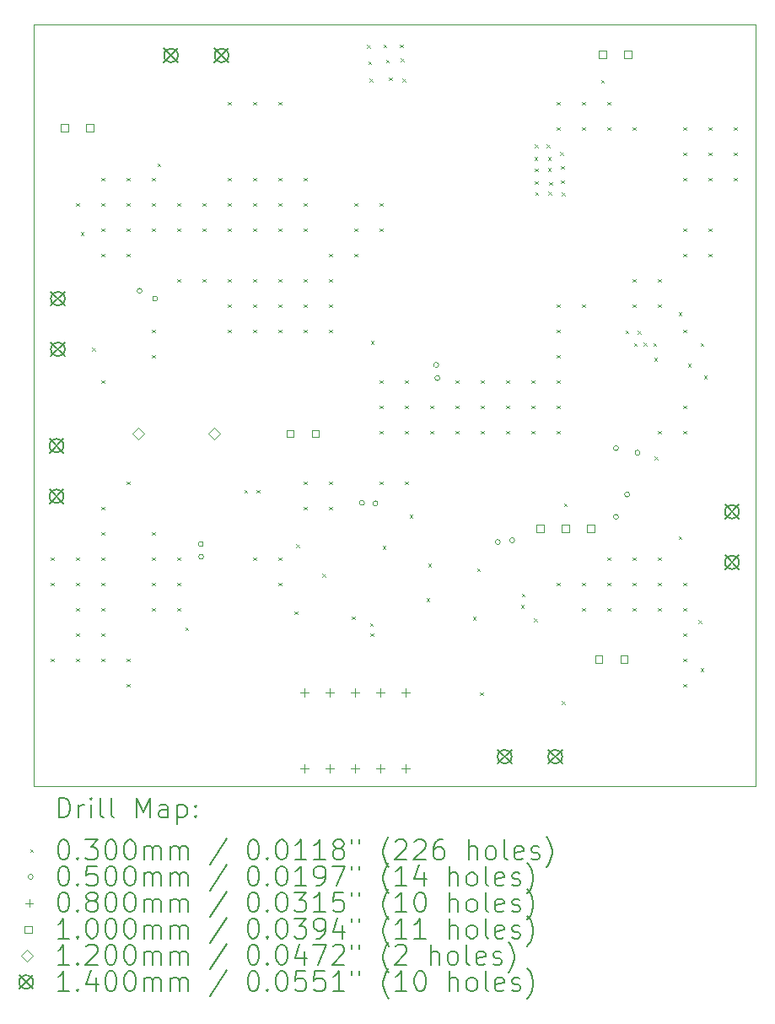
<source format=gbr>
%TF.GenerationSoftware,KiCad,Pcbnew,(6.0.11)*%
%TF.CreationDate,2023-08-29T14:34:00-05:00*%
%TF.ProjectId,Puerta,50756572-7461-42e6-9b69-6361645f7063,rev?*%
%TF.SameCoordinates,Original*%
%TF.FileFunction,Drillmap*%
%TF.FilePolarity,Positive*%
%FSLAX45Y45*%
G04 Gerber Fmt 4.5, Leading zero omitted, Abs format (unit mm)*
G04 Created by KiCad (PCBNEW (6.0.11)) date 2023-08-29 14:34:00*
%MOMM*%
%LPD*%
G01*
G04 APERTURE LIST*
%ADD10C,0.100000*%
%ADD11C,0.200000*%
%ADD12C,0.030000*%
%ADD13C,0.050000*%
%ADD14C,0.080000*%
%ADD15C,0.120000*%
%ADD16C,0.140000*%
G04 APERTURE END LIST*
D10*
X6924040Y-3276600D02*
X14175740Y-3276600D01*
X14175740Y-3276600D02*
X14175740Y-10919460D01*
X14175740Y-10919460D02*
X6924040Y-10919460D01*
X6924040Y-10919460D02*
X6924040Y-3276600D01*
D11*
D12*
X7097000Y-8621000D02*
X7127000Y-8651000D01*
X7127000Y-8621000D02*
X7097000Y-8651000D01*
X7097000Y-8875000D02*
X7127000Y-8905000D01*
X7127000Y-8875000D02*
X7097000Y-8905000D01*
X7097000Y-9637000D02*
X7127000Y-9667000D01*
X7127000Y-9637000D02*
X7097000Y-9667000D01*
X7351000Y-5065000D02*
X7381000Y-5095000D01*
X7381000Y-5065000D02*
X7351000Y-5095000D01*
X7351000Y-8621000D02*
X7381000Y-8651000D01*
X7381000Y-8621000D02*
X7351000Y-8651000D01*
X7351000Y-8875000D02*
X7381000Y-8905000D01*
X7381000Y-8875000D02*
X7351000Y-8905000D01*
X7351000Y-9129000D02*
X7381000Y-9159000D01*
X7381000Y-9129000D02*
X7351000Y-9159000D01*
X7351000Y-9383000D02*
X7381000Y-9413000D01*
X7381000Y-9383000D02*
X7351000Y-9413000D01*
X7351000Y-9637000D02*
X7381000Y-9667000D01*
X7381000Y-9637000D02*
X7351000Y-9667000D01*
X7396720Y-5359640D02*
X7426720Y-5389640D01*
X7426720Y-5359640D02*
X7396720Y-5389640D01*
X7513560Y-6515340D02*
X7543560Y-6545340D01*
X7543560Y-6515340D02*
X7513560Y-6545340D01*
X7605000Y-4811000D02*
X7635000Y-4841000D01*
X7635000Y-4811000D02*
X7605000Y-4841000D01*
X7605000Y-5065000D02*
X7635000Y-5095000D01*
X7635000Y-5065000D02*
X7605000Y-5095000D01*
X7605000Y-5319000D02*
X7635000Y-5349000D01*
X7635000Y-5319000D02*
X7605000Y-5349000D01*
X7605000Y-5573000D02*
X7635000Y-5603000D01*
X7635000Y-5573000D02*
X7605000Y-5603000D01*
X7605000Y-6843000D02*
X7635000Y-6873000D01*
X7635000Y-6843000D02*
X7605000Y-6873000D01*
X7605000Y-8113000D02*
X7635000Y-8143000D01*
X7635000Y-8113000D02*
X7605000Y-8143000D01*
X7605000Y-8367000D02*
X7635000Y-8397000D01*
X7635000Y-8367000D02*
X7605000Y-8397000D01*
X7605000Y-8621000D02*
X7635000Y-8651000D01*
X7635000Y-8621000D02*
X7605000Y-8651000D01*
X7605000Y-8875000D02*
X7635000Y-8905000D01*
X7635000Y-8875000D02*
X7605000Y-8905000D01*
X7605000Y-9129000D02*
X7635000Y-9159000D01*
X7635000Y-9129000D02*
X7605000Y-9159000D01*
X7605000Y-9383000D02*
X7635000Y-9413000D01*
X7635000Y-9383000D02*
X7605000Y-9413000D01*
X7605000Y-9637000D02*
X7635000Y-9667000D01*
X7635000Y-9637000D02*
X7605000Y-9667000D01*
X7859000Y-4811000D02*
X7889000Y-4841000D01*
X7889000Y-4811000D02*
X7859000Y-4841000D01*
X7859000Y-5065000D02*
X7889000Y-5095000D01*
X7889000Y-5065000D02*
X7859000Y-5095000D01*
X7859000Y-5319000D02*
X7889000Y-5349000D01*
X7889000Y-5319000D02*
X7859000Y-5349000D01*
X7859000Y-5573000D02*
X7889000Y-5603000D01*
X7889000Y-5573000D02*
X7859000Y-5603000D01*
X7859000Y-7859000D02*
X7889000Y-7889000D01*
X7889000Y-7859000D02*
X7859000Y-7889000D01*
X7859000Y-9637000D02*
X7889000Y-9667000D01*
X7889000Y-9637000D02*
X7859000Y-9667000D01*
X7859000Y-9891000D02*
X7889000Y-9921000D01*
X7889000Y-9891000D02*
X7859000Y-9921000D01*
X8113000Y-4811000D02*
X8143000Y-4841000D01*
X8143000Y-4811000D02*
X8113000Y-4841000D01*
X8113000Y-5065000D02*
X8143000Y-5095000D01*
X8143000Y-5065000D02*
X8113000Y-5095000D01*
X8113000Y-5319000D02*
X8143000Y-5349000D01*
X8143000Y-5319000D02*
X8113000Y-5349000D01*
X8113000Y-6335000D02*
X8143000Y-6365000D01*
X8143000Y-6335000D02*
X8113000Y-6365000D01*
X8113000Y-6589000D02*
X8143000Y-6619000D01*
X8143000Y-6589000D02*
X8113000Y-6619000D01*
X8113000Y-8367000D02*
X8143000Y-8397000D01*
X8143000Y-8367000D02*
X8113000Y-8397000D01*
X8113000Y-8621000D02*
X8143000Y-8651000D01*
X8143000Y-8621000D02*
X8113000Y-8651000D01*
X8113000Y-8875000D02*
X8143000Y-8905000D01*
X8143000Y-8875000D02*
X8113000Y-8905000D01*
X8113000Y-9129000D02*
X8143000Y-9159000D01*
X8143000Y-9129000D02*
X8113000Y-9159000D01*
X8166340Y-4666220D02*
X8196340Y-4696220D01*
X8196340Y-4666220D02*
X8166340Y-4696220D01*
X8367000Y-5065000D02*
X8397000Y-5095000D01*
X8397000Y-5065000D02*
X8367000Y-5095000D01*
X8367000Y-5319000D02*
X8397000Y-5349000D01*
X8397000Y-5319000D02*
X8367000Y-5349000D01*
X8367000Y-5827000D02*
X8397000Y-5857000D01*
X8397000Y-5827000D02*
X8367000Y-5857000D01*
X8367000Y-8621000D02*
X8397000Y-8651000D01*
X8397000Y-8621000D02*
X8367000Y-8651000D01*
X8367000Y-8875000D02*
X8397000Y-8905000D01*
X8397000Y-8875000D02*
X8367000Y-8905000D01*
X8367000Y-9129000D02*
X8397000Y-9159000D01*
X8397000Y-9129000D02*
X8367000Y-9159000D01*
X8448280Y-9324580D02*
X8478280Y-9354580D01*
X8478280Y-9324580D02*
X8448280Y-9354580D01*
X8621000Y-5065000D02*
X8651000Y-5095000D01*
X8651000Y-5065000D02*
X8621000Y-5095000D01*
X8621000Y-5319000D02*
X8651000Y-5349000D01*
X8651000Y-5319000D02*
X8621000Y-5349000D01*
X8621000Y-5827000D02*
X8651000Y-5857000D01*
X8651000Y-5827000D02*
X8621000Y-5857000D01*
X8875000Y-4049000D02*
X8905000Y-4079000D01*
X8905000Y-4049000D02*
X8875000Y-4079000D01*
X8875000Y-4811000D02*
X8905000Y-4841000D01*
X8905000Y-4811000D02*
X8875000Y-4841000D01*
X8875000Y-5065000D02*
X8905000Y-5095000D01*
X8905000Y-5065000D02*
X8875000Y-5095000D01*
X8875000Y-5319000D02*
X8905000Y-5349000D01*
X8905000Y-5319000D02*
X8875000Y-5349000D01*
X8875000Y-5827000D02*
X8905000Y-5857000D01*
X8905000Y-5827000D02*
X8875000Y-5857000D01*
X8875000Y-6081000D02*
X8905000Y-6111000D01*
X8905000Y-6081000D02*
X8875000Y-6111000D01*
X8875000Y-6335000D02*
X8905000Y-6365000D01*
X8905000Y-6335000D02*
X8875000Y-6365000D01*
X9040100Y-7945360D02*
X9070100Y-7975360D01*
X9070100Y-7945360D02*
X9040100Y-7975360D01*
X9129000Y-4049000D02*
X9159000Y-4079000D01*
X9159000Y-4049000D02*
X9129000Y-4079000D01*
X9129000Y-4811000D02*
X9159000Y-4841000D01*
X9159000Y-4811000D02*
X9129000Y-4841000D01*
X9129000Y-5065000D02*
X9159000Y-5095000D01*
X9159000Y-5065000D02*
X9129000Y-5095000D01*
X9129000Y-5319000D02*
X9159000Y-5349000D01*
X9159000Y-5319000D02*
X9129000Y-5349000D01*
X9129000Y-5827000D02*
X9159000Y-5857000D01*
X9159000Y-5827000D02*
X9129000Y-5857000D01*
X9129000Y-6081000D02*
X9159000Y-6111000D01*
X9159000Y-6081000D02*
X9129000Y-6111000D01*
X9129000Y-6335000D02*
X9159000Y-6365000D01*
X9159000Y-6335000D02*
X9129000Y-6365000D01*
X9129000Y-8621000D02*
X9159000Y-8651000D01*
X9159000Y-8621000D02*
X9129000Y-8651000D01*
X9162020Y-7942820D02*
X9192020Y-7972820D01*
X9192020Y-7942820D02*
X9162020Y-7972820D01*
X9383000Y-4049000D02*
X9413000Y-4079000D01*
X9413000Y-4049000D02*
X9383000Y-4079000D01*
X9383000Y-4811000D02*
X9413000Y-4841000D01*
X9413000Y-4811000D02*
X9383000Y-4841000D01*
X9383000Y-5065000D02*
X9413000Y-5095000D01*
X9413000Y-5065000D02*
X9383000Y-5095000D01*
X9383000Y-5319000D02*
X9413000Y-5349000D01*
X9413000Y-5319000D02*
X9383000Y-5349000D01*
X9383000Y-5827000D02*
X9413000Y-5857000D01*
X9413000Y-5827000D02*
X9383000Y-5857000D01*
X9383000Y-6081000D02*
X9413000Y-6111000D01*
X9413000Y-6081000D02*
X9383000Y-6111000D01*
X9383000Y-6335000D02*
X9413000Y-6365000D01*
X9413000Y-6335000D02*
X9383000Y-6365000D01*
X9383000Y-8621000D02*
X9413000Y-8651000D01*
X9413000Y-8621000D02*
X9383000Y-8651000D01*
X9383000Y-8875000D02*
X9413000Y-8905000D01*
X9413000Y-8875000D02*
X9383000Y-8905000D01*
X9543020Y-9162020D02*
X9573020Y-9192020D01*
X9573020Y-9162020D02*
X9543020Y-9192020D01*
X9561060Y-8488920D02*
X9591060Y-8518920D01*
X9591060Y-8488920D02*
X9561060Y-8518920D01*
X9637000Y-4811000D02*
X9667000Y-4841000D01*
X9667000Y-4811000D02*
X9637000Y-4841000D01*
X9637000Y-5065000D02*
X9667000Y-5095000D01*
X9667000Y-5065000D02*
X9637000Y-5095000D01*
X9637000Y-5319000D02*
X9667000Y-5349000D01*
X9667000Y-5319000D02*
X9637000Y-5349000D01*
X9637000Y-5827000D02*
X9667000Y-5857000D01*
X9667000Y-5827000D02*
X9637000Y-5857000D01*
X9637000Y-6081000D02*
X9667000Y-6111000D01*
X9667000Y-6081000D02*
X9637000Y-6111000D01*
X9637000Y-6335000D02*
X9667000Y-6365000D01*
X9667000Y-6335000D02*
X9637000Y-6365000D01*
X9637000Y-7859000D02*
X9667000Y-7889000D01*
X9667000Y-7859000D02*
X9637000Y-7889000D01*
X9637000Y-8113000D02*
X9667000Y-8143000D01*
X9667000Y-8113000D02*
X9637000Y-8143000D01*
X9822680Y-8786100D02*
X9852680Y-8816100D01*
X9852680Y-8786100D02*
X9822680Y-8816100D01*
X9891000Y-5573000D02*
X9921000Y-5603000D01*
X9921000Y-5573000D02*
X9891000Y-5603000D01*
X9891000Y-5827000D02*
X9921000Y-5857000D01*
X9921000Y-5827000D02*
X9891000Y-5857000D01*
X9891000Y-6081000D02*
X9921000Y-6111000D01*
X9921000Y-6081000D02*
X9891000Y-6111000D01*
X9891000Y-6335000D02*
X9921000Y-6365000D01*
X9921000Y-6335000D02*
X9891000Y-6365000D01*
X9891000Y-7859000D02*
X9921000Y-7889000D01*
X9921000Y-7859000D02*
X9891000Y-7889000D01*
X9891000Y-8113000D02*
X9921000Y-8143000D01*
X9921000Y-8113000D02*
X9891000Y-8143000D01*
X10117060Y-9212820D02*
X10147060Y-9242820D01*
X10147060Y-9212820D02*
X10117060Y-9242820D01*
X10145000Y-5065000D02*
X10175000Y-5095000D01*
X10175000Y-5065000D02*
X10145000Y-5095000D01*
X10145000Y-5319000D02*
X10175000Y-5349000D01*
X10175000Y-5319000D02*
X10145000Y-5349000D01*
X10145000Y-5573000D02*
X10175000Y-5603000D01*
X10175000Y-5573000D02*
X10145000Y-5603000D01*
X10272000Y-3477500D02*
X10302000Y-3507500D01*
X10302000Y-3477500D02*
X10272000Y-3507500D01*
X10284700Y-3642600D02*
X10314700Y-3672600D01*
X10314700Y-3642600D02*
X10284700Y-3672600D01*
X10294860Y-3817860D02*
X10324860Y-3847860D01*
X10324860Y-3817860D02*
X10294860Y-3847860D01*
X10302480Y-9281400D02*
X10332480Y-9311400D01*
X10332480Y-9281400D02*
X10302480Y-9311400D01*
X10305020Y-9383000D02*
X10335020Y-9413000D01*
X10335020Y-9383000D02*
X10305020Y-9413000D01*
X10310100Y-6449300D02*
X10340100Y-6479300D01*
X10340100Y-6449300D02*
X10310100Y-6479300D01*
X10399000Y-5065000D02*
X10429000Y-5095000D01*
X10429000Y-5065000D02*
X10399000Y-5095000D01*
X10399000Y-5319000D02*
X10429000Y-5349000D01*
X10429000Y-5319000D02*
X10399000Y-5349000D01*
X10399000Y-6843000D02*
X10429000Y-6873000D01*
X10429000Y-6843000D02*
X10399000Y-6873000D01*
X10399000Y-7097000D02*
X10429000Y-7127000D01*
X10429000Y-7097000D02*
X10399000Y-7127000D01*
X10399000Y-7351000D02*
X10429000Y-7381000D01*
X10429000Y-7351000D02*
X10399000Y-7381000D01*
X10399000Y-7859000D02*
X10429000Y-7889000D01*
X10429000Y-7859000D02*
X10399000Y-7889000D01*
X10429480Y-8506700D02*
X10459480Y-8536700D01*
X10459480Y-8506700D02*
X10429480Y-8536700D01*
X10437100Y-3474960D02*
X10467100Y-3504960D01*
X10467100Y-3474960D02*
X10437100Y-3504960D01*
X10462500Y-3627360D02*
X10492500Y-3657360D01*
X10492500Y-3627360D02*
X10462500Y-3657360D01*
X10490440Y-3805160D02*
X10520440Y-3835160D01*
X10520440Y-3805160D02*
X10490440Y-3835160D01*
X10599660Y-3474960D02*
X10629660Y-3504960D01*
X10629660Y-3474960D02*
X10599660Y-3504960D01*
X10609820Y-3614660D02*
X10639820Y-3644660D01*
X10639820Y-3614660D02*
X10609820Y-3644660D01*
X10627600Y-3815320D02*
X10657600Y-3845320D01*
X10657600Y-3815320D02*
X10627600Y-3845320D01*
X10653000Y-6843000D02*
X10683000Y-6873000D01*
X10683000Y-6843000D02*
X10653000Y-6873000D01*
X10653000Y-7097000D02*
X10683000Y-7127000D01*
X10683000Y-7097000D02*
X10653000Y-7127000D01*
X10653000Y-7351000D02*
X10683000Y-7381000D01*
X10683000Y-7351000D02*
X10653000Y-7381000D01*
X10653000Y-7859000D02*
X10683000Y-7889000D01*
X10683000Y-7859000D02*
X10653000Y-7889000D01*
X10698720Y-8194280D02*
X10728720Y-8224280D01*
X10728720Y-8194280D02*
X10698720Y-8224280D01*
X10868900Y-9029940D02*
X10898900Y-9059940D01*
X10898900Y-9029940D02*
X10868900Y-9059940D01*
X10884140Y-8684500D02*
X10914140Y-8714500D01*
X10914140Y-8684500D02*
X10884140Y-8714500D01*
X10907000Y-7097000D02*
X10937000Y-7127000D01*
X10937000Y-7097000D02*
X10907000Y-7127000D01*
X10907000Y-7351000D02*
X10937000Y-7381000D01*
X10937000Y-7351000D02*
X10907000Y-7381000D01*
X11161000Y-6843000D02*
X11191000Y-6873000D01*
X11191000Y-6843000D02*
X11161000Y-6873000D01*
X11161000Y-7097000D02*
X11191000Y-7127000D01*
X11191000Y-7097000D02*
X11161000Y-7127000D01*
X11161000Y-7351000D02*
X11191000Y-7381000D01*
X11191000Y-7351000D02*
X11161000Y-7381000D01*
X11333720Y-9220440D02*
X11363720Y-9250440D01*
X11363720Y-9220440D02*
X11333720Y-9250440D01*
X11376900Y-8730220D02*
X11406900Y-8760220D01*
X11406900Y-8730220D02*
X11376900Y-8760220D01*
X11407380Y-9974820D02*
X11437380Y-10004820D01*
X11437380Y-9974820D02*
X11407380Y-10004820D01*
X11415000Y-6843000D02*
X11445000Y-6873000D01*
X11445000Y-6843000D02*
X11415000Y-6873000D01*
X11415000Y-7097000D02*
X11445000Y-7127000D01*
X11445000Y-7097000D02*
X11415000Y-7127000D01*
X11415000Y-7351000D02*
X11445000Y-7381000D01*
X11445000Y-7351000D02*
X11415000Y-7381000D01*
X11669000Y-6843000D02*
X11699000Y-6873000D01*
X11699000Y-6843000D02*
X11669000Y-6873000D01*
X11669000Y-7097000D02*
X11699000Y-7127000D01*
X11699000Y-7097000D02*
X11669000Y-7127000D01*
X11669000Y-7351000D02*
X11699000Y-7381000D01*
X11699000Y-7351000D02*
X11669000Y-7381000D01*
X11816320Y-9098520D02*
X11846320Y-9128520D01*
X11846320Y-9098520D02*
X11816320Y-9128520D01*
X11826480Y-8986760D02*
X11856480Y-9016760D01*
X11856480Y-8986760D02*
X11826480Y-9016760D01*
X11923000Y-6843000D02*
X11953000Y-6873000D01*
X11953000Y-6843000D02*
X11923000Y-6873000D01*
X11923000Y-7097000D02*
X11953000Y-7127000D01*
X11953000Y-7097000D02*
X11923000Y-7127000D01*
X11923000Y-7351000D02*
X11953000Y-7381000D01*
X11953000Y-7351000D02*
X11923000Y-7381000D01*
X11945860Y-9233140D02*
X11975860Y-9263140D01*
X11975860Y-9233140D02*
X11945860Y-9263140D01*
X11950940Y-4605260D02*
X11980940Y-4635260D01*
X11980940Y-4605260D02*
X11950940Y-4635260D01*
X11956020Y-4478260D02*
X11986020Y-4508260D01*
X11986020Y-4478260D02*
X11956020Y-4508260D01*
X11958560Y-4719560D02*
X11988560Y-4749560D01*
X11988560Y-4719560D02*
X11958560Y-4749560D01*
X11958560Y-4844020D02*
X11988560Y-4874020D01*
X11988560Y-4844020D02*
X11958560Y-4874020D01*
X11961100Y-4955780D02*
X11991100Y-4985780D01*
X11991100Y-4955780D02*
X11961100Y-4985780D01*
X12075400Y-4478260D02*
X12105400Y-4508260D01*
X12105400Y-4478260D02*
X12075400Y-4508260D01*
X12088100Y-4602720D02*
X12118100Y-4632720D01*
X12118100Y-4602720D02*
X12088100Y-4632720D01*
X12088100Y-4711940D02*
X12118100Y-4741940D01*
X12118100Y-4711940D02*
X12088100Y-4741940D01*
X12090640Y-4953240D02*
X12120640Y-4983240D01*
X12120640Y-4953240D02*
X12090640Y-4983240D01*
X12098260Y-4854180D02*
X12128260Y-4884180D01*
X12128260Y-4854180D02*
X12098260Y-4884180D01*
X12177000Y-4049000D02*
X12207000Y-4079000D01*
X12207000Y-4049000D02*
X12177000Y-4079000D01*
X12177000Y-4303000D02*
X12207000Y-4333000D01*
X12207000Y-4303000D02*
X12177000Y-4333000D01*
X12177000Y-6081000D02*
X12207000Y-6111000D01*
X12207000Y-6081000D02*
X12177000Y-6111000D01*
X12177000Y-6335000D02*
X12207000Y-6365000D01*
X12207000Y-6335000D02*
X12177000Y-6365000D01*
X12177000Y-6589000D02*
X12207000Y-6619000D01*
X12207000Y-6589000D02*
X12177000Y-6619000D01*
X12177000Y-6843000D02*
X12207000Y-6873000D01*
X12207000Y-6843000D02*
X12177000Y-6873000D01*
X12177000Y-7097000D02*
X12207000Y-7127000D01*
X12207000Y-7097000D02*
X12177000Y-7127000D01*
X12177000Y-7351000D02*
X12207000Y-7381000D01*
X12207000Y-7351000D02*
X12177000Y-7381000D01*
X12177000Y-8875000D02*
X12207000Y-8905000D01*
X12207000Y-8875000D02*
X12177000Y-8905000D01*
X12212560Y-4551920D02*
X12242560Y-4581920D01*
X12242560Y-4551920D02*
X12212560Y-4581920D01*
X12220180Y-4694160D02*
X12250180Y-4724160D01*
X12250180Y-4694160D02*
X12220180Y-4724160D01*
X12220180Y-4836400D02*
X12250180Y-4866400D01*
X12250180Y-4836400D02*
X12220180Y-4866400D01*
X12225260Y-4958320D02*
X12255260Y-4988320D01*
X12255260Y-4958320D02*
X12225260Y-4988320D01*
X12225260Y-10066260D02*
X12255260Y-10096260D01*
X12255260Y-10066260D02*
X12225260Y-10096260D01*
X12248120Y-8079980D02*
X12278120Y-8109980D01*
X12278120Y-8079980D02*
X12248120Y-8109980D01*
X12431000Y-4049000D02*
X12461000Y-4079000D01*
X12461000Y-4049000D02*
X12431000Y-4079000D01*
X12431000Y-4303000D02*
X12461000Y-4333000D01*
X12461000Y-4303000D02*
X12431000Y-4333000D01*
X12431000Y-6081000D02*
X12461000Y-6111000D01*
X12461000Y-6081000D02*
X12431000Y-6111000D01*
X12431000Y-8875000D02*
X12461000Y-8905000D01*
X12461000Y-8875000D02*
X12431000Y-8905000D01*
X12431000Y-9129000D02*
X12461000Y-9159000D01*
X12461000Y-9129000D02*
X12431000Y-9159000D01*
X12621500Y-3828020D02*
X12651500Y-3858020D01*
X12651500Y-3828020D02*
X12621500Y-3858020D01*
X12685000Y-4049000D02*
X12715000Y-4079000D01*
X12715000Y-4049000D02*
X12685000Y-4079000D01*
X12685000Y-4303000D02*
X12715000Y-4333000D01*
X12715000Y-4303000D02*
X12685000Y-4333000D01*
X12685000Y-8621000D02*
X12715000Y-8651000D01*
X12715000Y-8621000D02*
X12685000Y-8651000D01*
X12685000Y-8875000D02*
X12715000Y-8905000D01*
X12715000Y-8875000D02*
X12685000Y-8905000D01*
X12685000Y-9129000D02*
X12715000Y-9159000D01*
X12715000Y-9129000D02*
X12685000Y-9159000D01*
X12867880Y-6345160D02*
X12897880Y-6375160D01*
X12897880Y-6345160D02*
X12867880Y-6375160D01*
X12939000Y-4303000D02*
X12969000Y-4333000D01*
X12969000Y-4303000D02*
X12939000Y-4333000D01*
X12939000Y-5827000D02*
X12969000Y-5857000D01*
X12969000Y-5827000D02*
X12939000Y-5857000D01*
X12939000Y-6081000D02*
X12969000Y-6111000D01*
X12969000Y-6081000D02*
X12939000Y-6111000D01*
X12939000Y-8621000D02*
X12969000Y-8651000D01*
X12969000Y-8621000D02*
X12939000Y-8651000D01*
X12939000Y-8875000D02*
X12969000Y-8905000D01*
X12969000Y-8875000D02*
X12939000Y-8905000D01*
X12939000Y-9129000D02*
X12969000Y-9159000D01*
X12969000Y-9129000D02*
X12939000Y-9159000D01*
X12951700Y-6469620D02*
X12981700Y-6499620D01*
X12981700Y-6469620D02*
X12951700Y-6499620D01*
X12989800Y-6347700D02*
X13019800Y-6377700D01*
X13019800Y-6347700D02*
X12989800Y-6377700D01*
X13050760Y-6467080D02*
X13080760Y-6497080D01*
X13080760Y-6467080D02*
X13050760Y-6497080D01*
X13147280Y-6472160D02*
X13177280Y-6502160D01*
X13177280Y-6472160D02*
X13147280Y-6502160D01*
X13154900Y-6619480D02*
X13184900Y-6649480D01*
X13184900Y-6619480D02*
X13154900Y-6649480D01*
X13157440Y-7607540D02*
X13187440Y-7637540D01*
X13187440Y-7607540D02*
X13157440Y-7637540D01*
X13193000Y-5827000D02*
X13223000Y-5857000D01*
X13223000Y-5827000D02*
X13193000Y-5857000D01*
X13193000Y-6081000D02*
X13223000Y-6111000D01*
X13223000Y-6081000D02*
X13193000Y-6111000D01*
X13193000Y-7351000D02*
X13223000Y-7381000D01*
X13223000Y-7351000D02*
X13193000Y-7381000D01*
X13193000Y-8621000D02*
X13223000Y-8651000D01*
X13223000Y-8621000D02*
X13193000Y-8651000D01*
X13193000Y-8875000D02*
X13223000Y-8905000D01*
X13223000Y-8875000D02*
X13193000Y-8905000D01*
X13193000Y-9129000D02*
X13223000Y-9159000D01*
X13223000Y-9129000D02*
X13193000Y-9159000D01*
X13398740Y-6159740D02*
X13428740Y-6189740D01*
X13428740Y-6159740D02*
X13398740Y-6189740D01*
X13401280Y-8410180D02*
X13431280Y-8440180D01*
X13431280Y-8410180D02*
X13401280Y-8440180D01*
X13447000Y-4303000D02*
X13477000Y-4333000D01*
X13477000Y-4303000D02*
X13447000Y-4333000D01*
X13447000Y-4557000D02*
X13477000Y-4587000D01*
X13477000Y-4557000D02*
X13447000Y-4587000D01*
X13447000Y-4811000D02*
X13477000Y-4841000D01*
X13477000Y-4811000D02*
X13447000Y-4841000D01*
X13447000Y-5319000D02*
X13477000Y-5349000D01*
X13477000Y-5319000D02*
X13447000Y-5349000D01*
X13447000Y-5573000D02*
X13477000Y-5603000D01*
X13477000Y-5573000D02*
X13447000Y-5603000D01*
X13447000Y-6335000D02*
X13477000Y-6365000D01*
X13477000Y-6335000D02*
X13447000Y-6365000D01*
X13447000Y-7097000D02*
X13477000Y-7127000D01*
X13477000Y-7097000D02*
X13447000Y-7127000D01*
X13447000Y-7351000D02*
X13477000Y-7381000D01*
X13477000Y-7351000D02*
X13447000Y-7381000D01*
X13447000Y-8875000D02*
X13477000Y-8905000D01*
X13477000Y-8875000D02*
X13447000Y-8905000D01*
X13447000Y-9129000D02*
X13477000Y-9159000D01*
X13477000Y-9129000D02*
X13447000Y-9159000D01*
X13447000Y-9383000D02*
X13477000Y-9413000D01*
X13477000Y-9383000D02*
X13447000Y-9413000D01*
X13447000Y-9637000D02*
X13477000Y-9667000D01*
X13477000Y-9637000D02*
X13447000Y-9667000D01*
X13447000Y-9891000D02*
X13477000Y-9921000D01*
X13477000Y-9891000D02*
X13447000Y-9921000D01*
X13492720Y-6680440D02*
X13522720Y-6710440D01*
X13522720Y-6680440D02*
X13492720Y-6710440D01*
X13599400Y-9253460D02*
X13629400Y-9283460D01*
X13629400Y-9253460D02*
X13599400Y-9283460D01*
X13619720Y-6472160D02*
X13649720Y-6502160D01*
X13649720Y-6472160D02*
X13619720Y-6502160D01*
X13619720Y-9736060D02*
X13649720Y-9766060D01*
X13649720Y-9736060D02*
X13619720Y-9766060D01*
X13652740Y-6794740D02*
X13682740Y-6824740D01*
X13682740Y-6794740D02*
X13652740Y-6824740D01*
X13701000Y-4303000D02*
X13731000Y-4333000D01*
X13731000Y-4303000D02*
X13701000Y-4333000D01*
X13701000Y-4557000D02*
X13731000Y-4587000D01*
X13731000Y-4557000D02*
X13701000Y-4587000D01*
X13701000Y-4811000D02*
X13731000Y-4841000D01*
X13731000Y-4811000D02*
X13701000Y-4841000D01*
X13701000Y-5319000D02*
X13731000Y-5349000D01*
X13731000Y-5319000D02*
X13701000Y-5349000D01*
X13701000Y-5573000D02*
X13731000Y-5603000D01*
X13731000Y-5573000D02*
X13701000Y-5603000D01*
X13955000Y-4303000D02*
X13985000Y-4333000D01*
X13985000Y-4303000D02*
X13955000Y-4333000D01*
X13955000Y-4557000D02*
X13985000Y-4587000D01*
X13985000Y-4557000D02*
X13955000Y-4587000D01*
X13955000Y-4811000D02*
X13985000Y-4841000D01*
X13985000Y-4811000D02*
X13955000Y-4841000D01*
D13*
X8013300Y-5946140D02*
G75*
G03*
X8013300Y-5946140I-25000J0D01*
G01*
X8168240Y-6024880D02*
G75*
G03*
X8168240Y-6024880I-25000J0D01*
G01*
X8627980Y-8488680D02*
G75*
G03*
X8627980Y-8488680I-25000J0D01*
G01*
X8630520Y-8615680D02*
G75*
G03*
X8630520Y-8615680I-25000J0D01*
G01*
X10245960Y-8074660D02*
G75*
G03*
X10245960Y-8074660I-25000J0D01*
G01*
X10380580Y-8079740D02*
G75*
G03*
X10380580Y-8079740I-25000J0D01*
G01*
X10990180Y-6690360D02*
G75*
G03*
X10990180Y-6690360I-25000J0D01*
G01*
X11002880Y-6822440D02*
G75*
G03*
X11002880Y-6822440I-25000J0D01*
G01*
X11609940Y-8468360D02*
G75*
G03*
X11609940Y-8468360I-25000J0D01*
G01*
X11754720Y-8450580D02*
G75*
G03*
X11754720Y-8450580I-25000J0D01*
G01*
X12796120Y-7526020D02*
G75*
G03*
X12796120Y-7526020I-25000J0D01*
G01*
X12796120Y-8214360D02*
G75*
G03*
X12796120Y-8214360I-25000J0D01*
G01*
X12907880Y-7990840D02*
G75*
G03*
X12907880Y-7990840I-25000J0D01*
G01*
X13012020Y-7571740D02*
G75*
G03*
X13012020Y-7571740I-25000J0D01*
G01*
D14*
X9644380Y-9939660D02*
X9644380Y-10019660D01*
X9604380Y-9979660D02*
X9684380Y-9979660D01*
X9644380Y-10701660D02*
X9644380Y-10781660D01*
X9604380Y-10741660D02*
X9684380Y-10741660D01*
X9898380Y-9939660D02*
X9898380Y-10019660D01*
X9858380Y-9979660D02*
X9938380Y-9979660D01*
X9898380Y-10701660D02*
X9898380Y-10781660D01*
X9858380Y-10741660D02*
X9938380Y-10741660D01*
X10152380Y-9939660D02*
X10152380Y-10019660D01*
X10112380Y-9979660D02*
X10192380Y-9979660D01*
X10152380Y-10701660D02*
X10152380Y-10781660D01*
X10112380Y-10741660D02*
X10192380Y-10741660D01*
X10406380Y-9939660D02*
X10406380Y-10019660D01*
X10366380Y-9979660D02*
X10446380Y-9979660D01*
X10406380Y-10701660D02*
X10406380Y-10781660D01*
X10366380Y-10741660D02*
X10446380Y-10741660D01*
X10660380Y-9939660D02*
X10660380Y-10019660D01*
X10620380Y-9979660D02*
X10700380Y-9979660D01*
X10660380Y-10701660D02*
X10660380Y-10781660D01*
X10620380Y-10741660D02*
X10700380Y-10741660D01*
D10*
X7270316Y-4345736D02*
X7270316Y-4275024D01*
X7199604Y-4275024D01*
X7199604Y-4345736D01*
X7270316Y-4345736D01*
X7524316Y-4345736D02*
X7524316Y-4275024D01*
X7453604Y-4275024D01*
X7453604Y-4345736D01*
X7524316Y-4345736D01*
X9536256Y-7414036D02*
X9536256Y-7343324D01*
X9465544Y-7343324D01*
X9465544Y-7414036D01*
X9536256Y-7414036D01*
X9790256Y-7414036D02*
X9790256Y-7343324D01*
X9719544Y-7343324D01*
X9719544Y-7414036D01*
X9790256Y-7414036D01*
X12045976Y-8366596D02*
X12045976Y-8295884D01*
X11975264Y-8295884D01*
X11975264Y-8366596D01*
X12045976Y-8366596D01*
X12299976Y-8366596D02*
X12299976Y-8295884D01*
X12229264Y-8295884D01*
X12229264Y-8366596D01*
X12299976Y-8366596D01*
X12553976Y-8366596D02*
X12553976Y-8295884D01*
X12483264Y-8295884D01*
X12483264Y-8366596D01*
X12553976Y-8366596D01*
X12634256Y-9679736D02*
X12634256Y-9609024D01*
X12563544Y-9609024D01*
X12563544Y-9679736D01*
X12634256Y-9679736D01*
X12671356Y-3609136D02*
X12671356Y-3538424D01*
X12600644Y-3538424D01*
X12600644Y-3609136D01*
X12671356Y-3609136D01*
X12888256Y-9679736D02*
X12888256Y-9609024D01*
X12817544Y-9609024D01*
X12817544Y-9679736D01*
X12888256Y-9679736D01*
X12925356Y-3609136D02*
X12925356Y-3538424D01*
X12854644Y-3538424D01*
X12854644Y-3609136D01*
X12925356Y-3609136D01*
D15*
X7976900Y-7438680D02*
X8036900Y-7378680D01*
X7976900Y-7318680D01*
X7916900Y-7378680D01*
X7976900Y-7438680D01*
X8738900Y-7438680D02*
X8798900Y-7378680D01*
X8738900Y-7318680D01*
X8678900Y-7378680D01*
X8738900Y-7438680D01*
D16*
X7085180Y-7430620D02*
X7225180Y-7570620D01*
X7225180Y-7430620D02*
X7085180Y-7570620D01*
X7225180Y-7500620D02*
G75*
G03*
X7225180Y-7500620I-70000J0D01*
G01*
X7085180Y-7938620D02*
X7225180Y-8078620D01*
X7225180Y-7938620D02*
X7085180Y-8078620D01*
X7225180Y-8008620D02*
G75*
G03*
X7225180Y-8008620I-70000J0D01*
G01*
X7097880Y-5954880D02*
X7237880Y-6094880D01*
X7237880Y-5954880D02*
X7097880Y-6094880D01*
X7237880Y-6024880D02*
G75*
G03*
X7237880Y-6024880I-70000J0D01*
G01*
X7097880Y-6462880D02*
X7237880Y-6602880D01*
X7237880Y-6462880D02*
X7097880Y-6602880D01*
X7237880Y-6532880D02*
G75*
G03*
X7237880Y-6532880I-70000J0D01*
G01*
X8233260Y-3513940D02*
X8373260Y-3653940D01*
X8373260Y-3513940D02*
X8233260Y-3653940D01*
X8373260Y-3583940D02*
G75*
G03*
X8373260Y-3583940I-70000J0D01*
G01*
X8741260Y-3513940D02*
X8881260Y-3653940D01*
X8881260Y-3513940D02*
X8741260Y-3653940D01*
X8881260Y-3583940D02*
G75*
G03*
X8881260Y-3583940I-70000J0D01*
G01*
X11583520Y-10552280D02*
X11723520Y-10692280D01*
X11723520Y-10552280D02*
X11583520Y-10692280D01*
X11723520Y-10622280D02*
G75*
G03*
X11723520Y-10622280I-70000J0D01*
G01*
X12091520Y-10552280D02*
X12231520Y-10692280D01*
X12231520Y-10552280D02*
X12091520Y-10692280D01*
X12231520Y-10622280D02*
G75*
G03*
X12231520Y-10622280I-70000J0D01*
G01*
X13865760Y-8093560D02*
X14005760Y-8233560D01*
X14005760Y-8093560D02*
X13865760Y-8233560D01*
X14005760Y-8163560D02*
G75*
G03*
X14005760Y-8163560I-70000J0D01*
G01*
X13865760Y-8601560D02*
X14005760Y-8741560D01*
X14005760Y-8601560D02*
X13865760Y-8741560D01*
X14005760Y-8671560D02*
G75*
G03*
X14005760Y-8671560I-70000J0D01*
G01*
D11*
X7176659Y-11234936D02*
X7176659Y-11034936D01*
X7224278Y-11034936D01*
X7252849Y-11044460D01*
X7271897Y-11063508D01*
X7281421Y-11082555D01*
X7290945Y-11120650D01*
X7290945Y-11149222D01*
X7281421Y-11187317D01*
X7271897Y-11206365D01*
X7252849Y-11225412D01*
X7224278Y-11234936D01*
X7176659Y-11234936D01*
X7376659Y-11234936D02*
X7376659Y-11101603D01*
X7376659Y-11139698D02*
X7386183Y-11120650D01*
X7395707Y-11111127D01*
X7414754Y-11101603D01*
X7433802Y-11101603D01*
X7500468Y-11234936D02*
X7500468Y-11101603D01*
X7500468Y-11034936D02*
X7490945Y-11044460D01*
X7500468Y-11053984D01*
X7509992Y-11044460D01*
X7500468Y-11034936D01*
X7500468Y-11053984D01*
X7624278Y-11234936D02*
X7605230Y-11225412D01*
X7595707Y-11206365D01*
X7595707Y-11034936D01*
X7729040Y-11234936D02*
X7709992Y-11225412D01*
X7700468Y-11206365D01*
X7700468Y-11034936D01*
X7957611Y-11234936D02*
X7957611Y-11034936D01*
X8024278Y-11177793D01*
X8090945Y-11034936D01*
X8090945Y-11234936D01*
X8271897Y-11234936D02*
X8271897Y-11130174D01*
X8262373Y-11111127D01*
X8243326Y-11101603D01*
X8205230Y-11101603D01*
X8186183Y-11111127D01*
X8271897Y-11225412D02*
X8252849Y-11234936D01*
X8205230Y-11234936D01*
X8186183Y-11225412D01*
X8176659Y-11206365D01*
X8176659Y-11187317D01*
X8186183Y-11168270D01*
X8205230Y-11158746D01*
X8252849Y-11158746D01*
X8271897Y-11149222D01*
X8367135Y-11101603D02*
X8367135Y-11301603D01*
X8367135Y-11111127D02*
X8386183Y-11101603D01*
X8424278Y-11101603D01*
X8443326Y-11111127D01*
X8452850Y-11120650D01*
X8462373Y-11139698D01*
X8462373Y-11196841D01*
X8452850Y-11215888D01*
X8443326Y-11225412D01*
X8424278Y-11234936D01*
X8386183Y-11234936D01*
X8367135Y-11225412D01*
X8548088Y-11215888D02*
X8557611Y-11225412D01*
X8548088Y-11234936D01*
X8538564Y-11225412D01*
X8548088Y-11215888D01*
X8548088Y-11234936D01*
X8548088Y-11111127D02*
X8557611Y-11120650D01*
X8548088Y-11130174D01*
X8538564Y-11120650D01*
X8548088Y-11111127D01*
X8548088Y-11130174D01*
D12*
X6889040Y-11549460D02*
X6919040Y-11579460D01*
X6919040Y-11549460D02*
X6889040Y-11579460D01*
D11*
X7214754Y-11454936D02*
X7233802Y-11454936D01*
X7252849Y-11464460D01*
X7262373Y-11473984D01*
X7271897Y-11493031D01*
X7281421Y-11531127D01*
X7281421Y-11578746D01*
X7271897Y-11616841D01*
X7262373Y-11635888D01*
X7252849Y-11645412D01*
X7233802Y-11654936D01*
X7214754Y-11654936D01*
X7195707Y-11645412D01*
X7186183Y-11635888D01*
X7176659Y-11616841D01*
X7167135Y-11578746D01*
X7167135Y-11531127D01*
X7176659Y-11493031D01*
X7186183Y-11473984D01*
X7195707Y-11464460D01*
X7214754Y-11454936D01*
X7367135Y-11635888D02*
X7376659Y-11645412D01*
X7367135Y-11654936D01*
X7357611Y-11645412D01*
X7367135Y-11635888D01*
X7367135Y-11654936D01*
X7443326Y-11454936D02*
X7567135Y-11454936D01*
X7500468Y-11531127D01*
X7529040Y-11531127D01*
X7548088Y-11540650D01*
X7557611Y-11550174D01*
X7567135Y-11569222D01*
X7567135Y-11616841D01*
X7557611Y-11635888D01*
X7548088Y-11645412D01*
X7529040Y-11654936D01*
X7471897Y-11654936D01*
X7452849Y-11645412D01*
X7443326Y-11635888D01*
X7690945Y-11454936D02*
X7709992Y-11454936D01*
X7729040Y-11464460D01*
X7738564Y-11473984D01*
X7748088Y-11493031D01*
X7757611Y-11531127D01*
X7757611Y-11578746D01*
X7748088Y-11616841D01*
X7738564Y-11635888D01*
X7729040Y-11645412D01*
X7709992Y-11654936D01*
X7690945Y-11654936D01*
X7671897Y-11645412D01*
X7662373Y-11635888D01*
X7652849Y-11616841D01*
X7643326Y-11578746D01*
X7643326Y-11531127D01*
X7652849Y-11493031D01*
X7662373Y-11473984D01*
X7671897Y-11464460D01*
X7690945Y-11454936D01*
X7881421Y-11454936D02*
X7900468Y-11454936D01*
X7919516Y-11464460D01*
X7929040Y-11473984D01*
X7938564Y-11493031D01*
X7948088Y-11531127D01*
X7948088Y-11578746D01*
X7938564Y-11616841D01*
X7929040Y-11635888D01*
X7919516Y-11645412D01*
X7900468Y-11654936D01*
X7881421Y-11654936D01*
X7862373Y-11645412D01*
X7852849Y-11635888D01*
X7843326Y-11616841D01*
X7833802Y-11578746D01*
X7833802Y-11531127D01*
X7843326Y-11493031D01*
X7852849Y-11473984D01*
X7862373Y-11464460D01*
X7881421Y-11454936D01*
X8033802Y-11654936D02*
X8033802Y-11521603D01*
X8033802Y-11540650D02*
X8043326Y-11531127D01*
X8062373Y-11521603D01*
X8090945Y-11521603D01*
X8109992Y-11531127D01*
X8119516Y-11550174D01*
X8119516Y-11654936D01*
X8119516Y-11550174D02*
X8129040Y-11531127D01*
X8148088Y-11521603D01*
X8176659Y-11521603D01*
X8195707Y-11531127D01*
X8205230Y-11550174D01*
X8205230Y-11654936D01*
X8300468Y-11654936D02*
X8300468Y-11521603D01*
X8300468Y-11540650D02*
X8309992Y-11531127D01*
X8329040Y-11521603D01*
X8357611Y-11521603D01*
X8376659Y-11531127D01*
X8386183Y-11550174D01*
X8386183Y-11654936D01*
X8386183Y-11550174D02*
X8395707Y-11531127D01*
X8414754Y-11521603D01*
X8443326Y-11521603D01*
X8462373Y-11531127D01*
X8471897Y-11550174D01*
X8471897Y-11654936D01*
X8862373Y-11445412D02*
X8690945Y-11702555D01*
X9119516Y-11454936D02*
X9138564Y-11454936D01*
X9157611Y-11464460D01*
X9167135Y-11473984D01*
X9176659Y-11493031D01*
X9186183Y-11531127D01*
X9186183Y-11578746D01*
X9176659Y-11616841D01*
X9167135Y-11635888D01*
X9157611Y-11645412D01*
X9138564Y-11654936D01*
X9119516Y-11654936D01*
X9100469Y-11645412D01*
X9090945Y-11635888D01*
X9081421Y-11616841D01*
X9071897Y-11578746D01*
X9071897Y-11531127D01*
X9081421Y-11493031D01*
X9090945Y-11473984D01*
X9100469Y-11464460D01*
X9119516Y-11454936D01*
X9271897Y-11635888D02*
X9281421Y-11645412D01*
X9271897Y-11654936D01*
X9262373Y-11645412D01*
X9271897Y-11635888D01*
X9271897Y-11654936D01*
X9405230Y-11454936D02*
X9424278Y-11454936D01*
X9443326Y-11464460D01*
X9452850Y-11473984D01*
X9462373Y-11493031D01*
X9471897Y-11531127D01*
X9471897Y-11578746D01*
X9462373Y-11616841D01*
X9452850Y-11635888D01*
X9443326Y-11645412D01*
X9424278Y-11654936D01*
X9405230Y-11654936D01*
X9386183Y-11645412D01*
X9376659Y-11635888D01*
X9367135Y-11616841D01*
X9357611Y-11578746D01*
X9357611Y-11531127D01*
X9367135Y-11493031D01*
X9376659Y-11473984D01*
X9386183Y-11464460D01*
X9405230Y-11454936D01*
X9662373Y-11654936D02*
X9548088Y-11654936D01*
X9605230Y-11654936D02*
X9605230Y-11454936D01*
X9586183Y-11483508D01*
X9567135Y-11502555D01*
X9548088Y-11512079D01*
X9852850Y-11654936D02*
X9738564Y-11654936D01*
X9795707Y-11654936D02*
X9795707Y-11454936D01*
X9776659Y-11483508D01*
X9757611Y-11502555D01*
X9738564Y-11512079D01*
X9967135Y-11540650D02*
X9948088Y-11531127D01*
X9938564Y-11521603D01*
X9929040Y-11502555D01*
X9929040Y-11493031D01*
X9938564Y-11473984D01*
X9948088Y-11464460D01*
X9967135Y-11454936D01*
X10005230Y-11454936D01*
X10024278Y-11464460D01*
X10033802Y-11473984D01*
X10043326Y-11493031D01*
X10043326Y-11502555D01*
X10033802Y-11521603D01*
X10024278Y-11531127D01*
X10005230Y-11540650D01*
X9967135Y-11540650D01*
X9948088Y-11550174D01*
X9938564Y-11559698D01*
X9929040Y-11578746D01*
X9929040Y-11616841D01*
X9938564Y-11635888D01*
X9948088Y-11645412D01*
X9967135Y-11654936D01*
X10005230Y-11654936D01*
X10024278Y-11645412D01*
X10033802Y-11635888D01*
X10043326Y-11616841D01*
X10043326Y-11578746D01*
X10033802Y-11559698D01*
X10024278Y-11550174D01*
X10005230Y-11540650D01*
X10119516Y-11454936D02*
X10119516Y-11493031D01*
X10195707Y-11454936D02*
X10195707Y-11493031D01*
X10490945Y-11731127D02*
X10481421Y-11721603D01*
X10462373Y-11693031D01*
X10452850Y-11673984D01*
X10443326Y-11645412D01*
X10433802Y-11597793D01*
X10433802Y-11559698D01*
X10443326Y-11512079D01*
X10452850Y-11483508D01*
X10462373Y-11464460D01*
X10481421Y-11435888D01*
X10490945Y-11426365D01*
X10557611Y-11473984D02*
X10567135Y-11464460D01*
X10586183Y-11454936D01*
X10633802Y-11454936D01*
X10652850Y-11464460D01*
X10662373Y-11473984D01*
X10671897Y-11493031D01*
X10671897Y-11512079D01*
X10662373Y-11540650D01*
X10548088Y-11654936D01*
X10671897Y-11654936D01*
X10748088Y-11473984D02*
X10757611Y-11464460D01*
X10776659Y-11454936D01*
X10824278Y-11454936D01*
X10843326Y-11464460D01*
X10852850Y-11473984D01*
X10862373Y-11493031D01*
X10862373Y-11512079D01*
X10852850Y-11540650D01*
X10738564Y-11654936D01*
X10862373Y-11654936D01*
X11033802Y-11454936D02*
X10995707Y-11454936D01*
X10976659Y-11464460D01*
X10967135Y-11473984D01*
X10948088Y-11502555D01*
X10938564Y-11540650D01*
X10938564Y-11616841D01*
X10948088Y-11635888D01*
X10957611Y-11645412D01*
X10976659Y-11654936D01*
X11014754Y-11654936D01*
X11033802Y-11645412D01*
X11043326Y-11635888D01*
X11052850Y-11616841D01*
X11052850Y-11569222D01*
X11043326Y-11550174D01*
X11033802Y-11540650D01*
X11014754Y-11531127D01*
X10976659Y-11531127D01*
X10957611Y-11540650D01*
X10948088Y-11550174D01*
X10938564Y-11569222D01*
X11290945Y-11654936D02*
X11290945Y-11454936D01*
X11376659Y-11654936D02*
X11376659Y-11550174D01*
X11367135Y-11531127D01*
X11348088Y-11521603D01*
X11319516Y-11521603D01*
X11300468Y-11531127D01*
X11290945Y-11540650D01*
X11500468Y-11654936D02*
X11481421Y-11645412D01*
X11471897Y-11635888D01*
X11462373Y-11616841D01*
X11462373Y-11559698D01*
X11471897Y-11540650D01*
X11481421Y-11531127D01*
X11500468Y-11521603D01*
X11529040Y-11521603D01*
X11548088Y-11531127D01*
X11557611Y-11540650D01*
X11567135Y-11559698D01*
X11567135Y-11616841D01*
X11557611Y-11635888D01*
X11548088Y-11645412D01*
X11529040Y-11654936D01*
X11500468Y-11654936D01*
X11681421Y-11654936D02*
X11662373Y-11645412D01*
X11652849Y-11626365D01*
X11652849Y-11454936D01*
X11833802Y-11645412D02*
X11814754Y-11654936D01*
X11776659Y-11654936D01*
X11757611Y-11645412D01*
X11748088Y-11626365D01*
X11748088Y-11550174D01*
X11757611Y-11531127D01*
X11776659Y-11521603D01*
X11814754Y-11521603D01*
X11833802Y-11531127D01*
X11843326Y-11550174D01*
X11843326Y-11569222D01*
X11748088Y-11588269D01*
X11919516Y-11645412D02*
X11938564Y-11654936D01*
X11976659Y-11654936D01*
X11995707Y-11645412D01*
X12005230Y-11626365D01*
X12005230Y-11616841D01*
X11995707Y-11597793D01*
X11976659Y-11588269D01*
X11948088Y-11588269D01*
X11929040Y-11578746D01*
X11919516Y-11559698D01*
X11919516Y-11550174D01*
X11929040Y-11531127D01*
X11948088Y-11521603D01*
X11976659Y-11521603D01*
X11995707Y-11531127D01*
X12071897Y-11731127D02*
X12081421Y-11721603D01*
X12100468Y-11693031D01*
X12109992Y-11673984D01*
X12119516Y-11645412D01*
X12129040Y-11597793D01*
X12129040Y-11559698D01*
X12119516Y-11512079D01*
X12109992Y-11483508D01*
X12100468Y-11464460D01*
X12081421Y-11435888D01*
X12071897Y-11426365D01*
D13*
X6919040Y-11828460D02*
G75*
G03*
X6919040Y-11828460I-25000J0D01*
G01*
D11*
X7214754Y-11718936D02*
X7233802Y-11718936D01*
X7252849Y-11728460D01*
X7262373Y-11737984D01*
X7271897Y-11757031D01*
X7281421Y-11795127D01*
X7281421Y-11842746D01*
X7271897Y-11880841D01*
X7262373Y-11899888D01*
X7252849Y-11909412D01*
X7233802Y-11918936D01*
X7214754Y-11918936D01*
X7195707Y-11909412D01*
X7186183Y-11899888D01*
X7176659Y-11880841D01*
X7167135Y-11842746D01*
X7167135Y-11795127D01*
X7176659Y-11757031D01*
X7186183Y-11737984D01*
X7195707Y-11728460D01*
X7214754Y-11718936D01*
X7367135Y-11899888D02*
X7376659Y-11909412D01*
X7367135Y-11918936D01*
X7357611Y-11909412D01*
X7367135Y-11899888D01*
X7367135Y-11918936D01*
X7557611Y-11718936D02*
X7462373Y-11718936D01*
X7452849Y-11814174D01*
X7462373Y-11804650D01*
X7481421Y-11795127D01*
X7529040Y-11795127D01*
X7548088Y-11804650D01*
X7557611Y-11814174D01*
X7567135Y-11833222D01*
X7567135Y-11880841D01*
X7557611Y-11899888D01*
X7548088Y-11909412D01*
X7529040Y-11918936D01*
X7481421Y-11918936D01*
X7462373Y-11909412D01*
X7452849Y-11899888D01*
X7690945Y-11718936D02*
X7709992Y-11718936D01*
X7729040Y-11728460D01*
X7738564Y-11737984D01*
X7748088Y-11757031D01*
X7757611Y-11795127D01*
X7757611Y-11842746D01*
X7748088Y-11880841D01*
X7738564Y-11899888D01*
X7729040Y-11909412D01*
X7709992Y-11918936D01*
X7690945Y-11918936D01*
X7671897Y-11909412D01*
X7662373Y-11899888D01*
X7652849Y-11880841D01*
X7643326Y-11842746D01*
X7643326Y-11795127D01*
X7652849Y-11757031D01*
X7662373Y-11737984D01*
X7671897Y-11728460D01*
X7690945Y-11718936D01*
X7881421Y-11718936D02*
X7900468Y-11718936D01*
X7919516Y-11728460D01*
X7929040Y-11737984D01*
X7938564Y-11757031D01*
X7948088Y-11795127D01*
X7948088Y-11842746D01*
X7938564Y-11880841D01*
X7929040Y-11899888D01*
X7919516Y-11909412D01*
X7900468Y-11918936D01*
X7881421Y-11918936D01*
X7862373Y-11909412D01*
X7852849Y-11899888D01*
X7843326Y-11880841D01*
X7833802Y-11842746D01*
X7833802Y-11795127D01*
X7843326Y-11757031D01*
X7852849Y-11737984D01*
X7862373Y-11728460D01*
X7881421Y-11718936D01*
X8033802Y-11918936D02*
X8033802Y-11785603D01*
X8033802Y-11804650D02*
X8043326Y-11795127D01*
X8062373Y-11785603D01*
X8090945Y-11785603D01*
X8109992Y-11795127D01*
X8119516Y-11814174D01*
X8119516Y-11918936D01*
X8119516Y-11814174D02*
X8129040Y-11795127D01*
X8148088Y-11785603D01*
X8176659Y-11785603D01*
X8195707Y-11795127D01*
X8205230Y-11814174D01*
X8205230Y-11918936D01*
X8300468Y-11918936D02*
X8300468Y-11785603D01*
X8300468Y-11804650D02*
X8309992Y-11795127D01*
X8329040Y-11785603D01*
X8357611Y-11785603D01*
X8376659Y-11795127D01*
X8386183Y-11814174D01*
X8386183Y-11918936D01*
X8386183Y-11814174D02*
X8395707Y-11795127D01*
X8414754Y-11785603D01*
X8443326Y-11785603D01*
X8462373Y-11795127D01*
X8471897Y-11814174D01*
X8471897Y-11918936D01*
X8862373Y-11709412D02*
X8690945Y-11966555D01*
X9119516Y-11718936D02*
X9138564Y-11718936D01*
X9157611Y-11728460D01*
X9167135Y-11737984D01*
X9176659Y-11757031D01*
X9186183Y-11795127D01*
X9186183Y-11842746D01*
X9176659Y-11880841D01*
X9167135Y-11899888D01*
X9157611Y-11909412D01*
X9138564Y-11918936D01*
X9119516Y-11918936D01*
X9100469Y-11909412D01*
X9090945Y-11899888D01*
X9081421Y-11880841D01*
X9071897Y-11842746D01*
X9071897Y-11795127D01*
X9081421Y-11757031D01*
X9090945Y-11737984D01*
X9100469Y-11728460D01*
X9119516Y-11718936D01*
X9271897Y-11899888D02*
X9281421Y-11909412D01*
X9271897Y-11918936D01*
X9262373Y-11909412D01*
X9271897Y-11899888D01*
X9271897Y-11918936D01*
X9405230Y-11718936D02*
X9424278Y-11718936D01*
X9443326Y-11728460D01*
X9452850Y-11737984D01*
X9462373Y-11757031D01*
X9471897Y-11795127D01*
X9471897Y-11842746D01*
X9462373Y-11880841D01*
X9452850Y-11899888D01*
X9443326Y-11909412D01*
X9424278Y-11918936D01*
X9405230Y-11918936D01*
X9386183Y-11909412D01*
X9376659Y-11899888D01*
X9367135Y-11880841D01*
X9357611Y-11842746D01*
X9357611Y-11795127D01*
X9367135Y-11757031D01*
X9376659Y-11737984D01*
X9386183Y-11728460D01*
X9405230Y-11718936D01*
X9662373Y-11918936D02*
X9548088Y-11918936D01*
X9605230Y-11918936D02*
X9605230Y-11718936D01*
X9586183Y-11747508D01*
X9567135Y-11766555D01*
X9548088Y-11776079D01*
X9757611Y-11918936D02*
X9795707Y-11918936D01*
X9814754Y-11909412D01*
X9824278Y-11899888D01*
X9843326Y-11871317D01*
X9852850Y-11833222D01*
X9852850Y-11757031D01*
X9843326Y-11737984D01*
X9833802Y-11728460D01*
X9814754Y-11718936D01*
X9776659Y-11718936D01*
X9757611Y-11728460D01*
X9748088Y-11737984D01*
X9738564Y-11757031D01*
X9738564Y-11804650D01*
X9748088Y-11823698D01*
X9757611Y-11833222D01*
X9776659Y-11842746D01*
X9814754Y-11842746D01*
X9833802Y-11833222D01*
X9843326Y-11823698D01*
X9852850Y-11804650D01*
X9919516Y-11718936D02*
X10052850Y-11718936D01*
X9967135Y-11918936D01*
X10119516Y-11718936D02*
X10119516Y-11757031D01*
X10195707Y-11718936D02*
X10195707Y-11757031D01*
X10490945Y-11995127D02*
X10481421Y-11985603D01*
X10462373Y-11957031D01*
X10452850Y-11937984D01*
X10443326Y-11909412D01*
X10433802Y-11861793D01*
X10433802Y-11823698D01*
X10443326Y-11776079D01*
X10452850Y-11747508D01*
X10462373Y-11728460D01*
X10481421Y-11699888D01*
X10490945Y-11690365D01*
X10671897Y-11918936D02*
X10557611Y-11918936D01*
X10614754Y-11918936D02*
X10614754Y-11718936D01*
X10595707Y-11747508D01*
X10576659Y-11766555D01*
X10557611Y-11776079D01*
X10843326Y-11785603D02*
X10843326Y-11918936D01*
X10795707Y-11709412D02*
X10748088Y-11852269D01*
X10871897Y-11852269D01*
X11100469Y-11918936D02*
X11100469Y-11718936D01*
X11186183Y-11918936D02*
X11186183Y-11814174D01*
X11176659Y-11795127D01*
X11157611Y-11785603D01*
X11129040Y-11785603D01*
X11109992Y-11795127D01*
X11100469Y-11804650D01*
X11309992Y-11918936D02*
X11290945Y-11909412D01*
X11281421Y-11899888D01*
X11271897Y-11880841D01*
X11271897Y-11823698D01*
X11281421Y-11804650D01*
X11290945Y-11795127D01*
X11309992Y-11785603D01*
X11338564Y-11785603D01*
X11357611Y-11795127D01*
X11367135Y-11804650D01*
X11376659Y-11823698D01*
X11376659Y-11880841D01*
X11367135Y-11899888D01*
X11357611Y-11909412D01*
X11338564Y-11918936D01*
X11309992Y-11918936D01*
X11490945Y-11918936D02*
X11471897Y-11909412D01*
X11462373Y-11890365D01*
X11462373Y-11718936D01*
X11643326Y-11909412D02*
X11624278Y-11918936D01*
X11586183Y-11918936D01*
X11567135Y-11909412D01*
X11557611Y-11890365D01*
X11557611Y-11814174D01*
X11567135Y-11795127D01*
X11586183Y-11785603D01*
X11624278Y-11785603D01*
X11643326Y-11795127D01*
X11652849Y-11814174D01*
X11652849Y-11833222D01*
X11557611Y-11852269D01*
X11729040Y-11909412D02*
X11748088Y-11918936D01*
X11786183Y-11918936D01*
X11805230Y-11909412D01*
X11814754Y-11890365D01*
X11814754Y-11880841D01*
X11805230Y-11861793D01*
X11786183Y-11852269D01*
X11757611Y-11852269D01*
X11738564Y-11842746D01*
X11729040Y-11823698D01*
X11729040Y-11814174D01*
X11738564Y-11795127D01*
X11757611Y-11785603D01*
X11786183Y-11785603D01*
X11805230Y-11795127D01*
X11881421Y-11995127D02*
X11890945Y-11985603D01*
X11909992Y-11957031D01*
X11919516Y-11937984D01*
X11929040Y-11909412D01*
X11938564Y-11861793D01*
X11938564Y-11823698D01*
X11929040Y-11776079D01*
X11919516Y-11747508D01*
X11909992Y-11728460D01*
X11890945Y-11699888D01*
X11881421Y-11690365D01*
D14*
X6879040Y-12052460D02*
X6879040Y-12132460D01*
X6839040Y-12092460D02*
X6919040Y-12092460D01*
D11*
X7214754Y-11982936D02*
X7233802Y-11982936D01*
X7252849Y-11992460D01*
X7262373Y-12001984D01*
X7271897Y-12021031D01*
X7281421Y-12059127D01*
X7281421Y-12106746D01*
X7271897Y-12144841D01*
X7262373Y-12163888D01*
X7252849Y-12173412D01*
X7233802Y-12182936D01*
X7214754Y-12182936D01*
X7195707Y-12173412D01*
X7186183Y-12163888D01*
X7176659Y-12144841D01*
X7167135Y-12106746D01*
X7167135Y-12059127D01*
X7176659Y-12021031D01*
X7186183Y-12001984D01*
X7195707Y-11992460D01*
X7214754Y-11982936D01*
X7367135Y-12163888D02*
X7376659Y-12173412D01*
X7367135Y-12182936D01*
X7357611Y-12173412D01*
X7367135Y-12163888D01*
X7367135Y-12182936D01*
X7490945Y-12068650D02*
X7471897Y-12059127D01*
X7462373Y-12049603D01*
X7452849Y-12030555D01*
X7452849Y-12021031D01*
X7462373Y-12001984D01*
X7471897Y-11992460D01*
X7490945Y-11982936D01*
X7529040Y-11982936D01*
X7548088Y-11992460D01*
X7557611Y-12001984D01*
X7567135Y-12021031D01*
X7567135Y-12030555D01*
X7557611Y-12049603D01*
X7548088Y-12059127D01*
X7529040Y-12068650D01*
X7490945Y-12068650D01*
X7471897Y-12078174D01*
X7462373Y-12087698D01*
X7452849Y-12106746D01*
X7452849Y-12144841D01*
X7462373Y-12163888D01*
X7471897Y-12173412D01*
X7490945Y-12182936D01*
X7529040Y-12182936D01*
X7548088Y-12173412D01*
X7557611Y-12163888D01*
X7567135Y-12144841D01*
X7567135Y-12106746D01*
X7557611Y-12087698D01*
X7548088Y-12078174D01*
X7529040Y-12068650D01*
X7690945Y-11982936D02*
X7709992Y-11982936D01*
X7729040Y-11992460D01*
X7738564Y-12001984D01*
X7748088Y-12021031D01*
X7757611Y-12059127D01*
X7757611Y-12106746D01*
X7748088Y-12144841D01*
X7738564Y-12163888D01*
X7729040Y-12173412D01*
X7709992Y-12182936D01*
X7690945Y-12182936D01*
X7671897Y-12173412D01*
X7662373Y-12163888D01*
X7652849Y-12144841D01*
X7643326Y-12106746D01*
X7643326Y-12059127D01*
X7652849Y-12021031D01*
X7662373Y-12001984D01*
X7671897Y-11992460D01*
X7690945Y-11982936D01*
X7881421Y-11982936D02*
X7900468Y-11982936D01*
X7919516Y-11992460D01*
X7929040Y-12001984D01*
X7938564Y-12021031D01*
X7948088Y-12059127D01*
X7948088Y-12106746D01*
X7938564Y-12144841D01*
X7929040Y-12163888D01*
X7919516Y-12173412D01*
X7900468Y-12182936D01*
X7881421Y-12182936D01*
X7862373Y-12173412D01*
X7852849Y-12163888D01*
X7843326Y-12144841D01*
X7833802Y-12106746D01*
X7833802Y-12059127D01*
X7843326Y-12021031D01*
X7852849Y-12001984D01*
X7862373Y-11992460D01*
X7881421Y-11982936D01*
X8033802Y-12182936D02*
X8033802Y-12049603D01*
X8033802Y-12068650D02*
X8043326Y-12059127D01*
X8062373Y-12049603D01*
X8090945Y-12049603D01*
X8109992Y-12059127D01*
X8119516Y-12078174D01*
X8119516Y-12182936D01*
X8119516Y-12078174D02*
X8129040Y-12059127D01*
X8148088Y-12049603D01*
X8176659Y-12049603D01*
X8195707Y-12059127D01*
X8205230Y-12078174D01*
X8205230Y-12182936D01*
X8300468Y-12182936D02*
X8300468Y-12049603D01*
X8300468Y-12068650D02*
X8309992Y-12059127D01*
X8329040Y-12049603D01*
X8357611Y-12049603D01*
X8376659Y-12059127D01*
X8386183Y-12078174D01*
X8386183Y-12182936D01*
X8386183Y-12078174D02*
X8395707Y-12059127D01*
X8414754Y-12049603D01*
X8443326Y-12049603D01*
X8462373Y-12059127D01*
X8471897Y-12078174D01*
X8471897Y-12182936D01*
X8862373Y-11973412D02*
X8690945Y-12230555D01*
X9119516Y-11982936D02*
X9138564Y-11982936D01*
X9157611Y-11992460D01*
X9167135Y-12001984D01*
X9176659Y-12021031D01*
X9186183Y-12059127D01*
X9186183Y-12106746D01*
X9176659Y-12144841D01*
X9167135Y-12163888D01*
X9157611Y-12173412D01*
X9138564Y-12182936D01*
X9119516Y-12182936D01*
X9100469Y-12173412D01*
X9090945Y-12163888D01*
X9081421Y-12144841D01*
X9071897Y-12106746D01*
X9071897Y-12059127D01*
X9081421Y-12021031D01*
X9090945Y-12001984D01*
X9100469Y-11992460D01*
X9119516Y-11982936D01*
X9271897Y-12163888D02*
X9281421Y-12173412D01*
X9271897Y-12182936D01*
X9262373Y-12173412D01*
X9271897Y-12163888D01*
X9271897Y-12182936D01*
X9405230Y-11982936D02*
X9424278Y-11982936D01*
X9443326Y-11992460D01*
X9452850Y-12001984D01*
X9462373Y-12021031D01*
X9471897Y-12059127D01*
X9471897Y-12106746D01*
X9462373Y-12144841D01*
X9452850Y-12163888D01*
X9443326Y-12173412D01*
X9424278Y-12182936D01*
X9405230Y-12182936D01*
X9386183Y-12173412D01*
X9376659Y-12163888D01*
X9367135Y-12144841D01*
X9357611Y-12106746D01*
X9357611Y-12059127D01*
X9367135Y-12021031D01*
X9376659Y-12001984D01*
X9386183Y-11992460D01*
X9405230Y-11982936D01*
X9538564Y-11982936D02*
X9662373Y-11982936D01*
X9595707Y-12059127D01*
X9624278Y-12059127D01*
X9643326Y-12068650D01*
X9652850Y-12078174D01*
X9662373Y-12097222D01*
X9662373Y-12144841D01*
X9652850Y-12163888D01*
X9643326Y-12173412D01*
X9624278Y-12182936D01*
X9567135Y-12182936D01*
X9548088Y-12173412D01*
X9538564Y-12163888D01*
X9852850Y-12182936D02*
X9738564Y-12182936D01*
X9795707Y-12182936D02*
X9795707Y-11982936D01*
X9776659Y-12011508D01*
X9757611Y-12030555D01*
X9738564Y-12040079D01*
X10033802Y-11982936D02*
X9938564Y-11982936D01*
X9929040Y-12078174D01*
X9938564Y-12068650D01*
X9957611Y-12059127D01*
X10005230Y-12059127D01*
X10024278Y-12068650D01*
X10033802Y-12078174D01*
X10043326Y-12097222D01*
X10043326Y-12144841D01*
X10033802Y-12163888D01*
X10024278Y-12173412D01*
X10005230Y-12182936D01*
X9957611Y-12182936D01*
X9938564Y-12173412D01*
X9929040Y-12163888D01*
X10119516Y-11982936D02*
X10119516Y-12021031D01*
X10195707Y-11982936D02*
X10195707Y-12021031D01*
X10490945Y-12259127D02*
X10481421Y-12249603D01*
X10462373Y-12221031D01*
X10452850Y-12201984D01*
X10443326Y-12173412D01*
X10433802Y-12125793D01*
X10433802Y-12087698D01*
X10443326Y-12040079D01*
X10452850Y-12011508D01*
X10462373Y-11992460D01*
X10481421Y-11963888D01*
X10490945Y-11954365D01*
X10671897Y-12182936D02*
X10557611Y-12182936D01*
X10614754Y-12182936D02*
X10614754Y-11982936D01*
X10595707Y-12011508D01*
X10576659Y-12030555D01*
X10557611Y-12040079D01*
X10795707Y-11982936D02*
X10814754Y-11982936D01*
X10833802Y-11992460D01*
X10843326Y-12001984D01*
X10852850Y-12021031D01*
X10862373Y-12059127D01*
X10862373Y-12106746D01*
X10852850Y-12144841D01*
X10843326Y-12163888D01*
X10833802Y-12173412D01*
X10814754Y-12182936D01*
X10795707Y-12182936D01*
X10776659Y-12173412D01*
X10767135Y-12163888D01*
X10757611Y-12144841D01*
X10748088Y-12106746D01*
X10748088Y-12059127D01*
X10757611Y-12021031D01*
X10767135Y-12001984D01*
X10776659Y-11992460D01*
X10795707Y-11982936D01*
X11100469Y-12182936D02*
X11100469Y-11982936D01*
X11186183Y-12182936D02*
X11186183Y-12078174D01*
X11176659Y-12059127D01*
X11157611Y-12049603D01*
X11129040Y-12049603D01*
X11109992Y-12059127D01*
X11100469Y-12068650D01*
X11309992Y-12182936D02*
X11290945Y-12173412D01*
X11281421Y-12163888D01*
X11271897Y-12144841D01*
X11271897Y-12087698D01*
X11281421Y-12068650D01*
X11290945Y-12059127D01*
X11309992Y-12049603D01*
X11338564Y-12049603D01*
X11357611Y-12059127D01*
X11367135Y-12068650D01*
X11376659Y-12087698D01*
X11376659Y-12144841D01*
X11367135Y-12163888D01*
X11357611Y-12173412D01*
X11338564Y-12182936D01*
X11309992Y-12182936D01*
X11490945Y-12182936D02*
X11471897Y-12173412D01*
X11462373Y-12154365D01*
X11462373Y-11982936D01*
X11643326Y-12173412D02*
X11624278Y-12182936D01*
X11586183Y-12182936D01*
X11567135Y-12173412D01*
X11557611Y-12154365D01*
X11557611Y-12078174D01*
X11567135Y-12059127D01*
X11586183Y-12049603D01*
X11624278Y-12049603D01*
X11643326Y-12059127D01*
X11652849Y-12078174D01*
X11652849Y-12097222D01*
X11557611Y-12116269D01*
X11729040Y-12173412D02*
X11748088Y-12182936D01*
X11786183Y-12182936D01*
X11805230Y-12173412D01*
X11814754Y-12154365D01*
X11814754Y-12144841D01*
X11805230Y-12125793D01*
X11786183Y-12116269D01*
X11757611Y-12116269D01*
X11738564Y-12106746D01*
X11729040Y-12087698D01*
X11729040Y-12078174D01*
X11738564Y-12059127D01*
X11757611Y-12049603D01*
X11786183Y-12049603D01*
X11805230Y-12059127D01*
X11881421Y-12259127D02*
X11890945Y-12249603D01*
X11909992Y-12221031D01*
X11919516Y-12201984D01*
X11929040Y-12173412D01*
X11938564Y-12125793D01*
X11938564Y-12087698D01*
X11929040Y-12040079D01*
X11919516Y-12011508D01*
X11909992Y-11992460D01*
X11890945Y-11963888D01*
X11881421Y-11954365D01*
D10*
X6904396Y-12391816D02*
X6904396Y-12321104D01*
X6833684Y-12321104D01*
X6833684Y-12391816D01*
X6904396Y-12391816D01*
D11*
X7281421Y-12446936D02*
X7167135Y-12446936D01*
X7224278Y-12446936D02*
X7224278Y-12246936D01*
X7205230Y-12275508D01*
X7186183Y-12294555D01*
X7167135Y-12304079D01*
X7367135Y-12427888D02*
X7376659Y-12437412D01*
X7367135Y-12446936D01*
X7357611Y-12437412D01*
X7367135Y-12427888D01*
X7367135Y-12446936D01*
X7500468Y-12246936D02*
X7519516Y-12246936D01*
X7538564Y-12256460D01*
X7548088Y-12265984D01*
X7557611Y-12285031D01*
X7567135Y-12323127D01*
X7567135Y-12370746D01*
X7557611Y-12408841D01*
X7548088Y-12427888D01*
X7538564Y-12437412D01*
X7519516Y-12446936D01*
X7500468Y-12446936D01*
X7481421Y-12437412D01*
X7471897Y-12427888D01*
X7462373Y-12408841D01*
X7452849Y-12370746D01*
X7452849Y-12323127D01*
X7462373Y-12285031D01*
X7471897Y-12265984D01*
X7481421Y-12256460D01*
X7500468Y-12246936D01*
X7690945Y-12246936D02*
X7709992Y-12246936D01*
X7729040Y-12256460D01*
X7738564Y-12265984D01*
X7748088Y-12285031D01*
X7757611Y-12323127D01*
X7757611Y-12370746D01*
X7748088Y-12408841D01*
X7738564Y-12427888D01*
X7729040Y-12437412D01*
X7709992Y-12446936D01*
X7690945Y-12446936D01*
X7671897Y-12437412D01*
X7662373Y-12427888D01*
X7652849Y-12408841D01*
X7643326Y-12370746D01*
X7643326Y-12323127D01*
X7652849Y-12285031D01*
X7662373Y-12265984D01*
X7671897Y-12256460D01*
X7690945Y-12246936D01*
X7881421Y-12246936D02*
X7900468Y-12246936D01*
X7919516Y-12256460D01*
X7929040Y-12265984D01*
X7938564Y-12285031D01*
X7948088Y-12323127D01*
X7948088Y-12370746D01*
X7938564Y-12408841D01*
X7929040Y-12427888D01*
X7919516Y-12437412D01*
X7900468Y-12446936D01*
X7881421Y-12446936D01*
X7862373Y-12437412D01*
X7852849Y-12427888D01*
X7843326Y-12408841D01*
X7833802Y-12370746D01*
X7833802Y-12323127D01*
X7843326Y-12285031D01*
X7852849Y-12265984D01*
X7862373Y-12256460D01*
X7881421Y-12246936D01*
X8033802Y-12446936D02*
X8033802Y-12313603D01*
X8033802Y-12332650D02*
X8043326Y-12323127D01*
X8062373Y-12313603D01*
X8090945Y-12313603D01*
X8109992Y-12323127D01*
X8119516Y-12342174D01*
X8119516Y-12446936D01*
X8119516Y-12342174D02*
X8129040Y-12323127D01*
X8148088Y-12313603D01*
X8176659Y-12313603D01*
X8195707Y-12323127D01*
X8205230Y-12342174D01*
X8205230Y-12446936D01*
X8300468Y-12446936D02*
X8300468Y-12313603D01*
X8300468Y-12332650D02*
X8309992Y-12323127D01*
X8329040Y-12313603D01*
X8357611Y-12313603D01*
X8376659Y-12323127D01*
X8386183Y-12342174D01*
X8386183Y-12446936D01*
X8386183Y-12342174D02*
X8395707Y-12323127D01*
X8414754Y-12313603D01*
X8443326Y-12313603D01*
X8462373Y-12323127D01*
X8471897Y-12342174D01*
X8471897Y-12446936D01*
X8862373Y-12237412D02*
X8690945Y-12494555D01*
X9119516Y-12246936D02*
X9138564Y-12246936D01*
X9157611Y-12256460D01*
X9167135Y-12265984D01*
X9176659Y-12285031D01*
X9186183Y-12323127D01*
X9186183Y-12370746D01*
X9176659Y-12408841D01*
X9167135Y-12427888D01*
X9157611Y-12437412D01*
X9138564Y-12446936D01*
X9119516Y-12446936D01*
X9100469Y-12437412D01*
X9090945Y-12427888D01*
X9081421Y-12408841D01*
X9071897Y-12370746D01*
X9071897Y-12323127D01*
X9081421Y-12285031D01*
X9090945Y-12265984D01*
X9100469Y-12256460D01*
X9119516Y-12246936D01*
X9271897Y-12427888D02*
X9281421Y-12437412D01*
X9271897Y-12446936D01*
X9262373Y-12437412D01*
X9271897Y-12427888D01*
X9271897Y-12446936D01*
X9405230Y-12246936D02*
X9424278Y-12246936D01*
X9443326Y-12256460D01*
X9452850Y-12265984D01*
X9462373Y-12285031D01*
X9471897Y-12323127D01*
X9471897Y-12370746D01*
X9462373Y-12408841D01*
X9452850Y-12427888D01*
X9443326Y-12437412D01*
X9424278Y-12446936D01*
X9405230Y-12446936D01*
X9386183Y-12437412D01*
X9376659Y-12427888D01*
X9367135Y-12408841D01*
X9357611Y-12370746D01*
X9357611Y-12323127D01*
X9367135Y-12285031D01*
X9376659Y-12265984D01*
X9386183Y-12256460D01*
X9405230Y-12246936D01*
X9538564Y-12246936D02*
X9662373Y-12246936D01*
X9595707Y-12323127D01*
X9624278Y-12323127D01*
X9643326Y-12332650D01*
X9652850Y-12342174D01*
X9662373Y-12361222D01*
X9662373Y-12408841D01*
X9652850Y-12427888D01*
X9643326Y-12437412D01*
X9624278Y-12446936D01*
X9567135Y-12446936D01*
X9548088Y-12437412D01*
X9538564Y-12427888D01*
X9757611Y-12446936D02*
X9795707Y-12446936D01*
X9814754Y-12437412D01*
X9824278Y-12427888D01*
X9843326Y-12399317D01*
X9852850Y-12361222D01*
X9852850Y-12285031D01*
X9843326Y-12265984D01*
X9833802Y-12256460D01*
X9814754Y-12246936D01*
X9776659Y-12246936D01*
X9757611Y-12256460D01*
X9748088Y-12265984D01*
X9738564Y-12285031D01*
X9738564Y-12332650D01*
X9748088Y-12351698D01*
X9757611Y-12361222D01*
X9776659Y-12370746D01*
X9814754Y-12370746D01*
X9833802Y-12361222D01*
X9843326Y-12351698D01*
X9852850Y-12332650D01*
X10024278Y-12313603D02*
X10024278Y-12446936D01*
X9976659Y-12237412D02*
X9929040Y-12380269D01*
X10052850Y-12380269D01*
X10119516Y-12246936D02*
X10119516Y-12285031D01*
X10195707Y-12246936D02*
X10195707Y-12285031D01*
X10490945Y-12523127D02*
X10481421Y-12513603D01*
X10462373Y-12485031D01*
X10452850Y-12465984D01*
X10443326Y-12437412D01*
X10433802Y-12389793D01*
X10433802Y-12351698D01*
X10443326Y-12304079D01*
X10452850Y-12275508D01*
X10462373Y-12256460D01*
X10481421Y-12227888D01*
X10490945Y-12218365D01*
X10671897Y-12446936D02*
X10557611Y-12446936D01*
X10614754Y-12446936D02*
X10614754Y-12246936D01*
X10595707Y-12275508D01*
X10576659Y-12294555D01*
X10557611Y-12304079D01*
X10862373Y-12446936D02*
X10748088Y-12446936D01*
X10805230Y-12446936D02*
X10805230Y-12246936D01*
X10786183Y-12275508D01*
X10767135Y-12294555D01*
X10748088Y-12304079D01*
X11100469Y-12446936D02*
X11100469Y-12246936D01*
X11186183Y-12446936D02*
X11186183Y-12342174D01*
X11176659Y-12323127D01*
X11157611Y-12313603D01*
X11129040Y-12313603D01*
X11109992Y-12323127D01*
X11100469Y-12332650D01*
X11309992Y-12446936D02*
X11290945Y-12437412D01*
X11281421Y-12427888D01*
X11271897Y-12408841D01*
X11271897Y-12351698D01*
X11281421Y-12332650D01*
X11290945Y-12323127D01*
X11309992Y-12313603D01*
X11338564Y-12313603D01*
X11357611Y-12323127D01*
X11367135Y-12332650D01*
X11376659Y-12351698D01*
X11376659Y-12408841D01*
X11367135Y-12427888D01*
X11357611Y-12437412D01*
X11338564Y-12446936D01*
X11309992Y-12446936D01*
X11490945Y-12446936D02*
X11471897Y-12437412D01*
X11462373Y-12418365D01*
X11462373Y-12246936D01*
X11643326Y-12437412D02*
X11624278Y-12446936D01*
X11586183Y-12446936D01*
X11567135Y-12437412D01*
X11557611Y-12418365D01*
X11557611Y-12342174D01*
X11567135Y-12323127D01*
X11586183Y-12313603D01*
X11624278Y-12313603D01*
X11643326Y-12323127D01*
X11652849Y-12342174D01*
X11652849Y-12361222D01*
X11557611Y-12380269D01*
X11729040Y-12437412D02*
X11748088Y-12446936D01*
X11786183Y-12446936D01*
X11805230Y-12437412D01*
X11814754Y-12418365D01*
X11814754Y-12408841D01*
X11805230Y-12389793D01*
X11786183Y-12380269D01*
X11757611Y-12380269D01*
X11738564Y-12370746D01*
X11729040Y-12351698D01*
X11729040Y-12342174D01*
X11738564Y-12323127D01*
X11757611Y-12313603D01*
X11786183Y-12313603D01*
X11805230Y-12323127D01*
X11881421Y-12523127D02*
X11890945Y-12513603D01*
X11909992Y-12485031D01*
X11919516Y-12465984D01*
X11929040Y-12437412D01*
X11938564Y-12389793D01*
X11938564Y-12351698D01*
X11929040Y-12304079D01*
X11919516Y-12275508D01*
X11909992Y-12256460D01*
X11890945Y-12227888D01*
X11881421Y-12218365D01*
D15*
X6859040Y-12680460D02*
X6919040Y-12620460D01*
X6859040Y-12560460D01*
X6799040Y-12620460D01*
X6859040Y-12680460D01*
D11*
X7281421Y-12710936D02*
X7167135Y-12710936D01*
X7224278Y-12710936D02*
X7224278Y-12510936D01*
X7205230Y-12539508D01*
X7186183Y-12558555D01*
X7167135Y-12568079D01*
X7367135Y-12691888D02*
X7376659Y-12701412D01*
X7367135Y-12710936D01*
X7357611Y-12701412D01*
X7367135Y-12691888D01*
X7367135Y-12710936D01*
X7452849Y-12529984D02*
X7462373Y-12520460D01*
X7481421Y-12510936D01*
X7529040Y-12510936D01*
X7548088Y-12520460D01*
X7557611Y-12529984D01*
X7567135Y-12549031D01*
X7567135Y-12568079D01*
X7557611Y-12596650D01*
X7443326Y-12710936D01*
X7567135Y-12710936D01*
X7690945Y-12510936D02*
X7709992Y-12510936D01*
X7729040Y-12520460D01*
X7738564Y-12529984D01*
X7748088Y-12549031D01*
X7757611Y-12587127D01*
X7757611Y-12634746D01*
X7748088Y-12672841D01*
X7738564Y-12691888D01*
X7729040Y-12701412D01*
X7709992Y-12710936D01*
X7690945Y-12710936D01*
X7671897Y-12701412D01*
X7662373Y-12691888D01*
X7652849Y-12672841D01*
X7643326Y-12634746D01*
X7643326Y-12587127D01*
X7652849Y-12549031D01*
X7662373Y-12529984D01*
X7671897Y-12520460D01*
X7690945Y-12510936D01*
X7881421Y-12510936D02*
X7900468Y-12510936D01*
X7919516Y-12520460D01*
X7929040Y-12529984D01*
X7938564Y-12549031D01*
X7948088Y-12587127D01*
X7948088Y-12634746D01*
X7938564Y-12672841D01*
X7929040Y-12691888D01*
X7919516Y-12701412D01*
X7900468Y-12710936D01*
X7881421Y-12710936D01*
X7862373Y-12701412D01*
X7852849Y-12691888D01*
X7843326Y-12672841D01*
X7833802Y-12634746D01*
X7833802Y-12587127D01*
X7843326Y-12549031D01*
X7852849Y-12529984D01*
X7862373Y-12520460D01*
X7881421Y-12510936D01*
X8033802Y-12710936D02*
X8033802Y-12577603D01*
X8033802Y-12596650D02*
X8043326Y-12587127D01*
X8062373Y-12577603D01*
X8090945Y-12577603D01*
X8109992Y-12587127D01*
X8119516Y-12606174D01*
X8119516Y-12710936D01*
X8119516Y-12606174D02*
X8129040Y-12587127D01*
X8148088Y-12577603D01*
X8176659Y-12577603D01*
X8195707Y-12587127D01*
X8205230Y-12606174D01*
X8205230Y-12710936D01*
X8300468Y-12710936D02*
X8300468Y-12577603D01*
X8300468Y-12596650D02*
X8309992Y-12587127D01*
X8329040Y-12577603D01*
X8357611Y-12577603D01*
X8376659Y-12587127D01*
X8386183Y-12606174D01*
X8386183Y-12710936D01*
X8386183Y-12606174D02*
X8395707Y-12587127D01*
X8414754Y-12577603D01*
X8443326Y-12577603D01*
X8462373Y-12587127D01*
X8471897Y-12606174D01*
X8471897Y-12710936D01*
X8862373Y-12501412D02*
X8690945Y-12758555D01*
X9119516Y-12510936D02*
X9138564Y-12510936D01*
X9157611Y-12520460D01*
X9167135Y-12529984D01*
X9176659Y-12549031D01*
X9186183Y-12587127D01*
X9186183Y-12634746D01*
X9176659Y-12672841D01*
X9167135Y-12691888D01*
X9157611Y-12701412D01*
X9138564Y-12710936D01*
X9119516Y-12710936D01*
X9100469Y-12701412D01*
X9090945Y-12691888D01*
X9081421Y-12672841D01*
X9071897Y-12634746D01*
X9071897Y-12587127D01*
X9081421Y-12549031D01*
X9090945Y-12529984D01*
X9100469Y-12520460D01*
X9119516Y-12510936D01*
X9271897Y-12691888D02*
X9281421Y-12701412D01*
X9271897Y-12710936D01*
X9262373Y-12701412D01*
X9271897Y-12691888D01*
X9271897Y-12710936D01*
X9405230Y-12510936D02*
X9424278Y-12510936D01*
X9443326Y-12520460D01*
X9452850Y-12529984D01*
X9462373Y-12549031D01*
X9471897Y-12587127D01*
X9471897Y-12634746D01*
X9462373Y-12672841D01*
X9452850Y-12691888D01*
X9443326Y-12701412D01*
X9424278Y-12710936D01*
X9405230Y-12710936D01*
X9386183Y-12701412D01*
X9376659Y-12691888D01*
X9367135Y-12672841D01*
X9357611Y-12634746D01*
X9357611Y-12587127D01*
X9367135Y-12549031D01*
X9376659Y-12529984D01*
X9386183Y-12520460D01*
X9405230Y-12510936D01*
X9643326Y-12577603D02*
X9643326Y-12710936D01*
X9595707Y-12501412D02*
X9548088Y-12644269D01*
X9671897Y-12644269D01*
X9729040Y-12510936D02*
X9862373Y-12510936D01*
X9776659Y-12710936D01*
X9929040Y-12529984D02*
X9938564Y-12520460D01*
X9957611Y-12510936D01*
X10005230Y-12510936D01*
X10024278Y-12520460D01*
X10033802Y-12529984D01*
X10043326Y-12549031D01*
X10043326Y-12568079D01*
X10033802Y-12596650D01*
X9919516Y-12710936D01*
X10043326Y-12710936D01*
X10119516Y-12510936D02*
X10119516Y-12549031D01*
X10195707Y-12510936D02*
X10195707Y-12549031D01*
X10490945Y-12787127D02*
X10481421Y-12777603D01*
X10462373Y-12749031D01*
X10452850Y-12729984D01*
X10443326Y-12701412D01*
X10433802Y-12653793D01*
X10433802Y-12615698D01*
X10443326Y-12568079D01*
X10452850Y-12539508D01*
X10462373Y-12520460D01*
X10481421Y-12491888D01*
X10490945Y-12482365D01*
X10557611Y-12529984D02*
X10567135Y-12520460D01*
X10586183Y-12510936D01*
X10633802Y-12510936D01*
X10652850Y-12520460D01*
X10662373Y-12529984D01*
X10671897Y-12549031D01*
X10671897Y-12568079D01*
X10662373Y-12596650D01*
X10548088Y-12710936D01*
X10671897Y-12710936D01*
X10909992Y-12710936D02*
X10909992Y-12510936D01*
X10995707Y-12710936D02*
X10995707Y-12606174D01*
X10986183Y-12587127D01*
X10967135Y-12577603D01*
X10938564Y-12577603D01*
X10919516Y-12587127D01*
X10909992Y-12596650D01*
X11119516Y-12710936D02*
X11100469Y-12701412D01*
X11090945Y-12691888D01*
X11081421Y-12672841D01*
X11081421Y-12615698D01*
X11090945Y-12596650D01*
X11100469Y-12587127D01*
X11119516Y-12577603D01*
X11148088Y-12577603D01*
X11167135Y-12587127D01*
X11176659Y-12596650D01*
X11186183Y-12615698D01*
X11186183Y-12672841D01*
X11176659Y-12691888D01*
X11167135Y-12701412D01*
X11148088Y-12710936D01*
X11119516Y-12710936D01*
X11300468Y-12710936D02*
X11281421Y-12701412D01*
X11271897Y-12682365D01*
X11271897Y-12510936D01*
X11452849Y-12701412D02*
X11433802Y-12710936D01*
X11395707Y-12710936D01*
X11376659Y-12701412D01*
X11367135Y-12682365D01*
X11367135Y-12606174D01*
X11376659Y-12587127D01*
X11395707Y-12577603D01*
X11433802Y-12577603D01*
X11452849Y-12587127D01*
X11462373Y-12606174D01*
X11462373Y-12625222D01*
X11367135Y-12644269D01*
X11538564Y-12701412D02*
X11557611Y-12710936D01*
X11595707Y-12710936D01*
X11614754Y-12701412D01*
X11624278Y-12682365D01*
X11624278Y-12672841D01*
X11614754Y-12653793D01*
X11595707Y-12644269D01*
X11567135Y-12644269D01*
X11548088Y-12634746D01*
X11538564Y-12615698D01*
X11538564Y-12606174D01*
X11548088Y-12587127D01*
X11567135Y-12577603D01*
X11595707Y-12577603D01*
X11614754Y-12587127D01*
X11690945Y-12787127D02*
X11700468Y-12777603D01*
X11719516Y-12749031D01*
X11729040Y-12729984D01*
X11738564Y-12701412D01*
X11748088Y-12653793D01*
X11748088Y-12615698D01*
X11738564Y-12568079D01*
X11729040Y-12539508D01*
X11719516Y-12520460D01*
X11700468Y-12491888D01*
X11690945Y-12482365D01*
D16*
X6779040Y-12814460D02*
X6919040Y-12954460D01*
X6919040Y-12814460D02*
X6779040Y-12954460D01*
X6919040Y-12884460D02*
G75*
G03*
X6919040Y-12884460I-70000J0D01*
G01*
D11*
X7281421Y-12974936D02*
X7167135Y-12974936D01*
X7224278Y-12974936D02*
X7224278Y-12774936D01*
X7205230Y-12803508D01*
X7186183Y-12822555D01*
X7167135Y-12832079D01*
X7367135Y-12955888D02*
X7376659Y-12965412D01*
X7367135Y-12974936D01*
X7357611Y-12965412D01*
X7367135Y-12955888D01*
X7367135Y-12974936D01*
X7548088Y-12841603D02*
X7548088Y-12974936D01*
X7500468Y-12765412D02*
X7452849Y-12908269D01*
X7576659Y-12908269D01*
X7690945Y-12774936D02*
X7709992Y-12774936D01*
X7729040Y-12784460D01*
X7738564Y-12793984D01*
X7748088Y-12813031D01*
X7757611Y-12851127D01*
X7757611Y-12898746D01*
X7748088Y-12936841D01*
X7738564Y-12955888D01*
X7729040Y-12965412D01*
X7709992Y-12974936D01*
X7690945Y-12974936D01*
X7671897Y-12965412D01*
X7662373Y-12955888D01*
X7652849Y-12936841D01*
X7643326Y-12898746D01*
X7643326Y-12851127D01*
X7652849Y-12813031D01*
X7662373Y-12793984D01*
X7671897Y-12784460D01*
X7690945Y-12774936D01*
X7881421Y-12774936D02*
X7900468Y-12774936D01*
X7919516Y-12784460D01*
X7929040Y-12793984D01*
X7938564Y-12813031D01*
X7948088Y-12851127D01*
X7948088Y-12898746D01*
X7938564Y-12936841D01*
X7929040Y-12955888D01*
X7919516Y-12965412D01*
X7900468Y-12974936D01*
X7881421Y-12974936D01*
X7862373Y-12965412D01*
X7852849Y-12955888D01*
X7843326Y-12936841D01*
X7833802Y-12898746D01*
X7833802Y-12851127D01*
X7843326Y-12813031D01*
X7852849Y-12793984D01*
X7862373Y-12784460D01*
X7881421Y-12774936D01*
X8033802Y-12974936D02*
X8033802Y-12841603D01*
X8033802Y-12860650D02*
X8043326Y-12851127D01*
X8062373Y-12841603D01*
X8090945Y-12841603D01*
X8109992Y-12851127D01*
X8119516Y-12870174D01*
X8119516Y-12974936D01*
X8119516Y-12870174D02*
X8129040Y-12851127D01*
X8148088Y-12841603D01*
X8176659Y-12841603D01*
X8195707Y-12851127D01*
X8205230Y-12870174D01*
X8205230Y-12974936D01*
X8300468Y-12974936D02*
X8300468Y-12841603D01*
X8300468Y-12860650D02*
X8309992Y-12851127D01*
X8329040Y-12841603D01*
X8357611Y-12841603D01*
X8376659Y-12851127D01*
X8386183Y-12870174D01*
X8386183Y-12974936D01*
X8386183Y-12870174D02*
X8395707Y-12851127D01*
X8414754Y-12841603D01*
X8443326Y-12841603D01*
X8462373Y-12851127D01*
X8471897Y-12870174D01*
X8471897Y-12974936D01*
X8862373Y-12765412D02*
X8690945Y-13022555D01*
X9119516Y-12774936D02*
X9138564Y-12774936D01*
X9157611Y-12784460D01*
X9167135Y-12793984D01*
X9176659Y-12813031D01*
X9186183Y-12851127D01*
X9186183Y-12898746D01*
X9176659Y-12936841D01*
X9167135Y-12955888D01*
X9157611Y-12965412D01*
X9138564Y-12974936D01*
X9119516Y-12974936D01*
X9100469Y-12965412D01*
X9090945Y-12955888D01*
X9081421Y-12936841D01*
X9071897Y-12898746D01*
X9071897Y-12851127D01*
X9081421Y-12813031D01*
X9090945Y-12793984D01*
X9100469Y-12784460D01*
X9119516Y-12774936D01*
X9271897Y-12955888D02*
X9281421Y-12965412D01*
X9271897Y-12974936D01*
X9262373Y-12965412D01*
X9271897Y-12955888D01*
X9271897Y-12974936D01*
X9405230Y-12774936D02*
X9424278Y-12774936D01*
X9443326Y-12784460D01*
X9452850Y-12793984D01*
X9462373Y-12813031D01*
X9471897Y-12851127D01*
X9471897Y-12898746D01*
X9462373Y-12936841D01*
X9452850Y-12955888D01*
X9443326Y-12965412D01*
X9424278Y-12974936D01*
X9405230Y-12974936D01*
X9386183Y-12965412D01*
X9376659Y-12955888D01*
X9367135Y-12936841D01*
X9357611Y-12898746D01*
X9357611Y-12851127D01*
X9367135Y-12813031D01*
X9376659Y-12793984D01*
X9386183Y-12784460D01*
X9405230Y-12774936D01*
X9652850Y-12774936D02*
X9557611Y-12774936D01*
X9548088Y-12870174D01*
X9557611Y-12860650D01*
X9576659Y-12851127D01*
X9624278Y-12851127D01*
X9643326Y-12860650D01*
X9652850Y-12870174D01*
X9662373Y-12889222D01*
X9662373Y-12936841D01*
X9652850Y-12955888D01*
X9643326Y-12965412D01*
X9624278Y-12974936D01*
X9576659Y-12974936D01*
X9557611Y-12965412D01*
X9548088Y-12955888D01*
X9843326Y-12774936D02*
X9748088Y-12774936D01*
X9738564Y-12870174D01*
X9748088Y-12860650D01*
X9767135Y-12851127D01*
X9814754Y-12851127D01*
X9833802Y-12860650D01*
X9843326Y-12870174D01*
X9852850Y-12889222D01*
X9852850Y-12936841D01*
X9843326Y-12955888D01*
X9833802Y-12965412D01*
X9814754Y-12974936D01*
X9767135Y-12974936D01*
X9748088Y-12965412D01*
X9738564Y-12955888D01*
X10043326Y-12974936D02*
X9929040Y-12974936D01*
X9986183Y-12974936D02*
X9986183Y-12774936D01*
X9967135Y-12803508D01*
X9948088Y-12822555D01*
X9929040Y-12832079D01*
X10119516Y-12774936D02*
X10119516Y-12813031D01*
X10195707Y-12774936D02*
X10195707Y-12813031D01*
X10490945Y-13051127D02*
X10481421Y-13041603D01*
X10462373Y-13013031D01*
X10452850Y-12993984D01*
X10443326Y-12965412D01*
X10433802Y-12917793D01*
X10433802Y-12879698D01*
X10443326Y-12832079D01*
X10452850Y-12803508D01*
X10462373Y-12784460D01*
X10481421Y-12755888D01*
X10490945Y-12746365D01*
X10671897Y-12974936D02*
X10557611Y-12974936D01*
X10614754Y-12974936D02*
X10614754Y-12774936D01*
X10595707Y-12803508D01*
X10576659Y-12822555D01*
X10557611Y-12832079D01*
X10795707Y-12774936D02*
X10814754Y-12774936D01*
X10833802Y-12784460D01*
X10843326Y-12793984D01*
X10852850Y-12813031D01*
X10862373Y-12851127D01*
X10862373Y-12898746D01*
X10852850Y-12936841D01*
X10843326Y-12955888D01*
X10833802Y-12965412D01*
X10814754Y-12974936D01*
X10795707Y-12974936D01*
X10776659Y-12965412D01*
X10767135Y-12955888D01*
X10757611Y-12936841D01*
X10748088Y-12898746D01*
X10748088Y-12851127D01*
X10757611Y-12813031D01*
X10767135Y-12793984D01*
X10776659Y-12784460D01*
X10795707Y-12774936D01*
X11100469Y-12974936D02*
X11100469Y-12774936D01*
X11186183Y-12974936D02*
X11186183Y-12870174D01*
X11176659Y-12851127D01*
X11157611Y-12841603D01*
X11129040Y-12841603D01*
X11109992Y-12851127D01*
X11100469Y-12860650D01*
X11309992Y-12974936D02*
X11290945Y-12965412D01*
X11281421Y-12955888D01*
X11271897Y-12936841D01*
X11271897Y-12879698D01*
X11281421Y-12860650D01*
X11290945Y-12851127D01*
X11309992Y-12841603D01*
X11338564Y-12841603D01*
X11357611Y-12851127D01*
X11367135Y-12860650D01*
X11376659Y-12879698D01*
X11376659Y-12936841D01*
X11367135Y-12955888D01*
X11357611Y-12965412D01*
X11338564Y-12974936D01*
X11309992Y-12974936D01*
X11490945Y-12974936D02*
X11471897Y-12965412D01*
X11462373Y-12946365D01*
X11462373Y-12774936D01*
X11643326Y-12965412D02*
X11624278Y-12974936D01*
X11586183Y-12974936D01*
X11567135Y-12965412D01*
X11557611Y-12946365D01*
X11557611Y-12870174D01*
X11567135Y-12851127D01*
X11586183Y-12841603D01*
X11624278Y-12841603D01*
X11643326Y-12851127D01*
X11652849Y-12870174D01*
X11652849Y-12889222D01*
X11557611Y-12908269D01*
X11729040Y-12965412D02*
X11748088Y-12974936D01*
X11786183Y-12974936D01*
X11805230Y-12965412D01*
X11814754Y-12946365D01*
X11814754Y-12936841D01*
X11805230Y-12917793D01*
X11786183Y-12908269D01*
X11757611Y-12908269D01*
X11738564Y-12898746D01*
X11729040Y-12879698D01*
X11729040Y-12870174D01*
X11738564Y-12851127D01*
X11757611Y-12841603D01*
X11786183Y-12841603D01*
X11805230Y-12851127D01*
X11881421Y-13051127D02*
X11890945Y-13041603D01*
X11909992Y-13013031D01*
X11919516Y-12993984D01*
X11929040Y-12965412D01*
X11938564Y-12917793D01*
X11938564Y-12879698D01*
X11929040Y-12832079D01*
X11919516Y-12803508D01*
X11909992Y-12784460D01*
X11890945Y-12755888D01*
X11881421Y-12746365D01*
M02*

</source>
